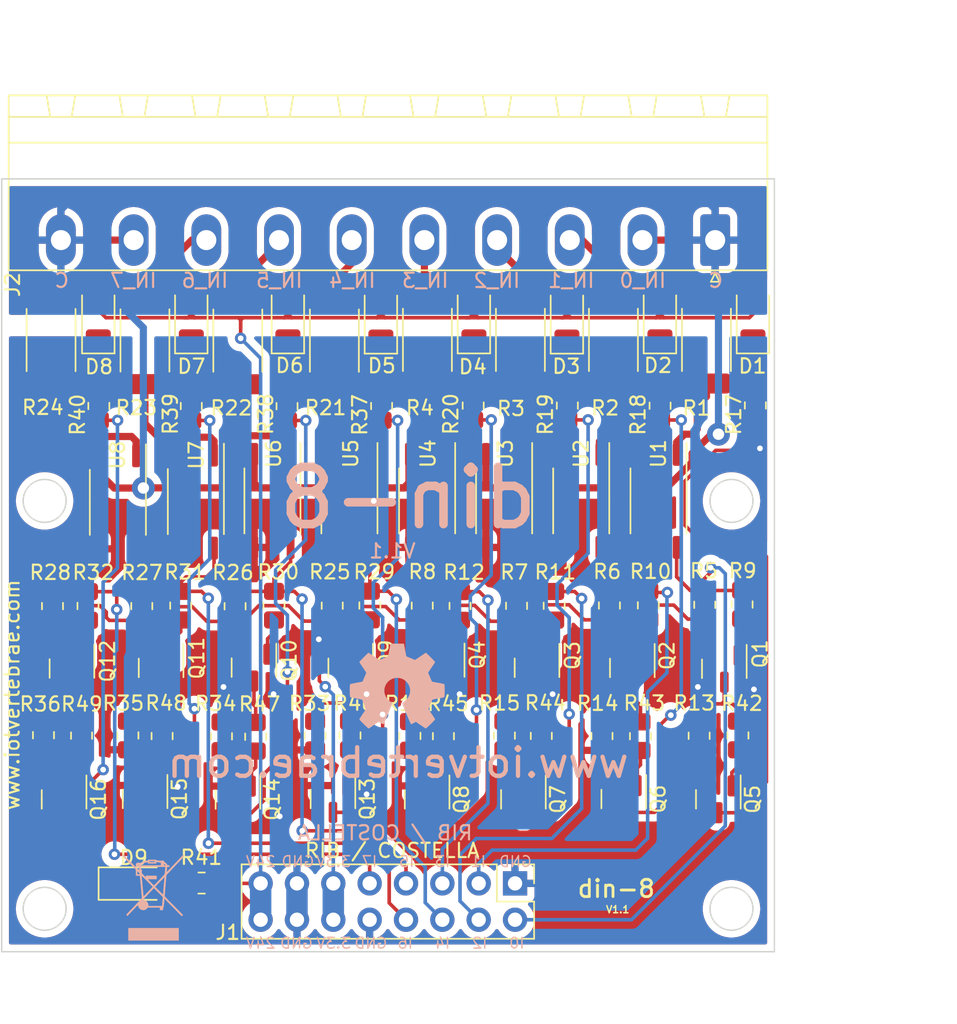
<source format=kicad_pcb>
(kicad_pcb (version 20211014) (generator pcbnew)
  (title_block (title "din-8") (date "2023-04-06") (rev "1.1") (company "www.iotvertebrae.com") (comment 1 "Mechanical design: Xavier Pi") (comment 2 "Circuit & PCB design: Jordi Binefa"))
  (layers (0 "F.Cu" signal) (31 "B.Cu" signal) (34 "B.Paste" user) (35 "F.Paste" user) (36 "B.SilkS" user "B.Silkscreen") (37 "F.SilkS" user "F.Silkscreen") (38 "B.Mask" user) (39 "F.Mask" user) (44 "Edge.Cuts" user))
  (net 0 "")
  (net 1 "Net-(D1-Pad1)")
  (net 2 "+24V")
  (net 3 "Net-(D2-Pad1)")
  (net 4 "Net-(D3-Pad1)")
  (net 5 "Net-(D4-Pad1)")
  (net 6 "Net-(D5-Pad1)")
  (net 7 "Net-(D6-Pad1)")
  (net 8 "Net-(D7-Pad1)")
  (net 9 "Net-(D8-Pad1)")
  (net 10 "GND")
  (net 11 "Net-(D9-Pad2)")
  (net 12 "/IO_0")
  (net 13 "/IO_1")
  (net 14 "/IO_2")
  (net 15 "/IO_3")
  (net 16 "/IO_4")
  (net 17 "/IO_5")
  (net 18 "/IO_6")
  (net 19 "/IO_7")
  (net 20 "+3.3V")
  (net 21 "/COM")
  (net 22 "/IN_0")
  (net 23 "/IN_1")
  (net 24 "/IN_2")
  (net 25 "/IN_3")
  (net 26 "/IN_4")
  (net 27 "/IN_5")
  (net 28 "/IN_6")
  (net 29 "/IN_7")
  (net 30 "Net-(Q1-Pad1)")
  (net 31 "Net-(Q1-Pad3)")
  (net 32 "Net-(Q2-Pad1)")
  (net 33 "Net-(Q2-Pad3)")
  (net 34 "Net-(Q3-Pad1)")
  (net 35 "Net-(Q3-Pad3)")
  (net 36 "Net-(Q4-Pad1)")
  (net 37 "Net-(Q4-Pad3)")
  (net 38 "Net-(Q5-Pad1)")
  (net 39 "Net-(Q5-Pad3)")
  (net 40 "Net-(Q6-Pad1)")
  (net 41 "Net-(Q6-Pad3)")
  (net 42 "Net-(Q9-Pad1)")
  (net 43 "Net-(Q13-Pad1)")
  (net 44 "Net-(Q10-Pad1)")
  (net 45 "Net-(Q10-Pad3)")
  (net 46 "Net-(Q11-Pad1)")
  (net 47 "Net-(Q11-Pad3)")
  (net 48 "Net-(Q12-Pad1)")
  (net 49 "Net-(Q12-Pad3)")
  (net 50 "Net-(Q7-Pad1)")
  (net 51 "Net-(Q14-Pad3)")
  (net 52 "Net-(Q15-Pad3)")
  (net 53 "Net-(Q16-Pad3)")
  (net 54 "Net-(R1-Pad2)")
  (net 55 "Net-(R2-Pad2)")
  (net 56 "Net-(R3-Pad2)")
  (net 57 "Net-(R4-Pad2)")
  (net 58 "Net-(R21-Pad2)")
  (net 59 "Net-(R22-Pad2)")
  (net 60 "Net-(R23-Pad2)")
  (net 61 "Net-(R24-Pad2)")
  (net 62 "Net-(Q7-Pad3)")
  (net 63 "Net-(Q8-Pad1)")
  (net 64 "Net-(Q8-Pad3)")
  (net 65 "Net-(Q9-Pad3)")
  (net 66 "Net-(Q13-Pad3)")
  (net 67 "Net-(Q14-Pad1)")
  (net 68 "Net-(Q15-Pad1)")
  (net 69 "Net-(Q16-Pad1)")
  (footprint "Package_TO_SOT_SMD:SOT-23" (layer "F.Cu") (at 128.36 109.3575 -90)
    (fp_text reference "Q16")
    (fp_text value "BC817")
  )
  (footprint "Resistor_SMD:R_0805_2012Metric_Pad1.20x1.40mm_HandSolder" (layer "F.Cu") (at 147.1 95.82 90)
    (fp_text reference "R25")
    (fp_text value "3K3")
  )
  (footprint "Package_TO_SOT_SMD:SOT-23" (layer "F.Cu") (at 167.47 109.33 -90)
    (fp_text reference "Q6")
    (fp_text value "BC817")
  )
  (footprint "Resistor_SMD:R_0805_2012Metric_Pad1.20x1.40mm_HandSolder" (layer "F.Cu") (at 137.97 115.2 180)
    (fp_text reference "R41")
    (fp_text value "4K7")
  )
  (footprint "Resistor_SMD:R_0805_2012Metric_Pad1.20x1.40mm_HandSolder" (layer "F.Cu") (at 162.61 95.83 -90)
    (fp_text reference "R11")
    (fp_text value "3K3")
  )
  (footprint "Resistor_SMD:R_0805_2012Metric_Pad1.20x1.40mm_HandSolder" (layer "F.Cu") (at 136.51 95.82 -90)
    (fp_text reference "R31")
    (fp_text value "3K3")
  )
  (footprint "Package_TO_SOT_SMD:SOT-23" (layer "F.Cu") (at 174.5 100.23 -90)
    (fp_text reference "Q1")
    (fp_text value "BC857")
  )
  (footprint "Resistor_SMD:R_2512_6332Metric_Pad1.40x3.35mm_HandSolder" (layer "F.Cu") (at 166.75 77.25 -90)
    (fp_text reference "R2")
    (fp_text value "1K2/1W (2512)")
  )
  (footprint "Package_SO:SOIC-4_IS126_4.55x3.7mm_P2.54mm" (layer "F.Cu") (at 148.3 88.5 -90)
    (fp_text reference "U5")
    (fp_text value "IS126")
  )
  (footprint "Resistor_SMD:R_0805_2012Metric_Pad1.20x1.40mm_HandSolder" (layer "F.Cu") (at 163.53 81.84 -90)
    (fp_text reference "R19")
    (fp_text value "3K3")
  )
  (footprint "Package_TO_SOT_SMD:SOT-23" (layer "F.Cu") (at 128.91 100.21 -90)
    (fp_text reference "Q12")
    (fp_text value "BC857")
  )
  (footprint "Package_TO_SOT_SMD:SOT-23" (layer "F.Cu") (at 148.39 100.16 -90)
    (fp_text reference "Q9")
    (fp_text value "BC857")
  )
  (footprint "Package_TO_SOT_SMD:SOT-23" (layer "F.Cu") (at 154.78 100.14 -90)
    (fp_text reference "Q4")
    (fp_text value "BC857")
  )
  (footprint "Package_TO_SOT_SMD:SOT-23" (layer "F.Cu") (at 160.46 109.35 -90)
    (fp_text reference "Q7")
    (fp_text value "BC817")
  )
  (footprint "Package_SO:SOIC-4_IS126_4.55x3.7mm_P2.54mm" (layer "F.Cu") (at 137.57 88.55 -90)
    (fp_text reference "U7")
    (fp_text value "IS126")
  )
  (footprint "Resistor_SMD:R_0805_2012Metric_Pad1.20x1.40mm_HandSolder" (layer "F.Cu") (at 175.74 95.74 -90)
    (fp_text reference "R9")
    (fp_text value "3K3")
  )
  (footprint "LED_SMD:LED_1206_3216Metric_Pad1.42x1.75mm_HandSolder" (layer "F.Cu") (at 150.5 75.75 90)
    (fp_text reference "D5")
    (fp_text value "RED_LED")
  )
  (footprint "Resistor_SMD:R_0805_2012Metric_Pad1.20x1.40mm_HandSolder" (layer "F.Cu") (at 137.25 81.87 -90)
    (fp_text reference "R39")
    (fp_text value "3K3")
  )
  (footprint "Resistor_SMD:R_0805_2012Metric_Pad1.20x1.40mm_HandSolder" (layer "F.Cu") (at 161.71 104.92 -90)
    (fp_text reference "R44")
    (fp_text value "3K3")
  )
  (footprint "Resistor_SMD:R_0805_2012Metric_Pad1.20x1.40mm_HandSolder" (layer "F.Cu") (at 126.92 104.87 -90)
    (fp_text reference "R36")
    (fp_text value "10K")
  )
  (footprint "Resistor_SMD:R_0805_2012Metric_Pad1.20x1.40mm_HandSolder" (layer "F.Cu") (at 156.95 81.84 -90)
    (fp_text reference "R20")
    (fp_text value "3K3")
  )
  (footprint "Resistor_SMD:R_0805_2012Metric_Pad1.20x1.40mm_HandSolder" (layer "F.Cu") (at 175.45 104.89 -90)
    (fp_text reference "R42")
    (fp_text value "3K3")
  )
  (footprint "Resistor_SMD:R_2512_6332Metric_Pad1.40x3.35mm_HandSolder" (layer "F.Cu") (at 140.5 77.3 -90)
    (fp_text reference "R22")
    (fp_text value "1K2/1W (2512)")
  )
  (footprint "Package_TO_SOT_SMD:SOT-23" (layer "F.Cu") (at 153.73 109.3525 -90)
    (fp_text reference "Q8")
    (fp_text value "BC817")
  )
  (footprint "Package_TO_SOT_SMD:SOT-23" (layer "F.Cu") (at 141.63 100.15 -90)
    (fp_text reference "Q10")
    (fp_text value "BC857")
  )
  (footprint "Package_TO_SOT_SMD:SOT-23" (layer "F.Cu") (at 140.51 109.3675 -90)
    (fp_text reference "Q14")
    (fp_text value "BC817")
  )
  (footprint "Resistor_SMD:R_2512_6332Metric_Pad1.40x3.35mm_HandSolder" (layer "F.Cu") (at 153.75 77.25 -90)
    (fp_text reference "R4")
    (fp_text value "1K2/1W (2512)")
  )
  (footprint "Package_SO:SOIC-4_IS126_4.55x3.7mm_P2.54mm" (layer "F.Cu") (at 169.9 88.5 -90)
    (fp_text reference "U1")
    (fp_text value "IS126")
  )
  (footprint "Resistor_SMD:R_2512_6332Metric_Pad1.40x3.35mm_HandSolder" (layer "F.Cu") (at 147.25 77.3 -90)
    (fp_text reference "R21")
    (fp_text value "1K2/1W (2512)")
  )
  (footprint "Resistor_SMD:R_0805_2012Metric_Pad1.20x1.40mm_HandSolder" (layer "F.Cu") (at 149.73 95.81 -90)
    (fp_text reference "R29")
    (fp_text value "3K3")
  )
  (footprint "LED_SMD:LED_1206_3216Metric_Pad1.42x1.75mm_HandSolder" (layer "F.Cu") (at 144 75.7375 90)
    (fp_text reference "D6")
    (fp_text value "RED_LED")
  )
  (footprint "Package_SO:SOIC-4_IS126_4.55x3.7mm_P2.54mm" (layer "F.Cu") (at 153.73 88.5 -90)
    (fp_text reference "U4")
    (fp_text value "IS126")
  )
  (footprint "Package_SO:SOIC-4_IS126_4.55x3.7mm_P2.54mm" (layer "F.Cu") (at 142.92 88.5 -90)
    (fp_text reference "U6")
    (fp_text value "IS126")
  )
  (footprint "Package_TO_SOT_SMD:SOT-23" (layer "F.Cu") (at 174.08 109.35 -90)
    (fp_text reference "Q5")
    (fp_text value "BC817")
  )
  (footprint "Package_TO_SOT_SMD:SOT-23" (layer "F.Cu") (at 135.14 100.17 -90)
    (fp_text reference "Q11")
    (fp_text value "BC857")
  )
  (footprint "Resistor_SMD:R_0805_2012Metric_Pad1.20x1.40mm_HandSolder" (layer "F.Cu") (at 168.64 104.94 -90)
    (fp_text reference "R43")
    (fp_text value "3K3")
  )
  (footprint "LED_SMD:LED_1206_3216Metric_Pad1.42x1.75mm_HandSolder" (layer "F.Cu") (at 130.75 75.7375 90)
    (fp_text reference "D8")
    (fp_text value "RED_LED")
  )
  (footprint "Resistor_SMD:R_0805_2012Metric_Pad1.20x1.40mm_HandSolder" (layer "F.Cu") (at 129.58 104.9 -90)
    (fp_text reference "R49")
    (fp_text value "3K3")
  )
  (footprint "Connector_PinHeader_2.54mm:PinHeader_2x08_P2.54mm_Vertical" (layer "F.Cu") (at 159.875 115.225 -90)
    (fp_text reference "J1")
    (fp_text value "Conn_02x08_Odd_Even")
  )
  (footprint "Resistor_SMD:R_0805_2012Metric_Pad1.20x1.40mm_HandSolder" (layer "F.Cu") (at 159.13 104.9 -90)
    (fp_text reference "R15")
    (fp_text value "10K")
  )
  (footprint "Resistor_SMD:R_0805_2012Metric_Pad1.20x1.40mm_HandSolder" (layer "F.Cu") (at 172.74 104.91 -90)
    (fp_text reference "R13")
    (fp_text value "10K")
  )
  (footprint "Resistor_SMD:R_0805_2012Metric_Pad1.20x1.40mm_HandSolder" (layer "F.Cu") (at 130.03 95.84 -90)
    (fp_text reference "R32")
    (fp_text value "3K3")
  )
  (footprint "Resistor_SMD:R_0805_2012Metric_Pad1.20x1.40mm_HandSolder" (layer "F.Cu") (at 140.31 95.86 90)
    (fp_text reference "R26")
    (fp_text value "3K3")
  )
  (footprint "Package_TO_SOT_SMD:SOT-23" (layer "F.Cu") (at 147.15 109.3275 -90)
    (fp_text reference "Q13")
    (fp_text value "BC817")
  )
  (footprint "Resistor_SMD:R_0805_2012Metric_Pad1.20x1.40mm_HandSolder" (layer "F.Cu") (at 130.79 81.87 -90)
    (fp_text reference "R40")
    (fp_text value "3K3")
  )
  (footprint "LED_SMD:LED_1206_3216Metric_Pad1.42x1.75mm_HandSolder" (layer "F.Cu") (at 157 75.7375 90)
    (fp_text reference "D4")
    (fp_text value "RED_LED")
  )
  (footprint "Resistor_SMD:R_0805_2012Metric_Pad1.20x1.40mm_HandSolder" (layer "F.Cu") (at 176.67 81.83 -90)
    (fp_text reference "R17")
    (fp_text value "3K3")
  )
  (footprint "LED_SMD:LED_1206_3216Metric_Pad1.42x1.75mm_HandSolder" (layer "F.Cu") (at 176.5 75.7375 90)
    (fp_text reference "D1")
    (fp_text value "RED_LED")
  )
  (footprint "Resistor_SMD:R_0805_2012Metric_Pad1.20x1.40mm_HandSolder" (layer "F.Cu") (at 127.55 95.85 90)
    (fp_text reference "R28")
    (fp_text value "3K3")
  )
  (footprint "Package_TO_SOT_SMD:SOT-23" (layer "F.Cu") (at 134.02 109.32 -90)
    (fp_text reference "Q15")
    (fp_text value "BC817")
  )
  (footprint "Resistor_SMD:R_0805_2012Metric_Pad1.20x1.40mm_HandSolder" (layer "F.Cu") (at 169.19 95.8 -90)
    (fp_text reference "R10")
    (fp_text value "3K3")
  )
  (footprint "Resistor_SMD:R_0805_2012Metric_Pad1.20x1.40mm_HandSolder" (layer "F.Cu") (at 148.34 104.89 -90)
    (fp_text reference "R46")
    (fp_text value "3K3")
  )
  (footprint "Resistor_SMD:R_2512_6332Metric_Pad1.40x3.35mm_HandSolder" (layer "F.Cu") (at 127.45 77.26 -90)
    (fp_text reference "R24")
    (fp_text value "1K2/1W (2512)")
  )
  (footprint "Resistor_SMD:R_0805_2012Metric_Pad1.20x1.40mm_HandSolder" (layer "F.Cu") (at 156.03 95.84 -90)
    (fp_text reference "R12")
    (fp_text value "3K3")
  )
  (footprint "Package_SO:SOIC-4_IS126_4.55x3.7mm_P2.54mm" (layer "F.Cu") (at 132.12 88.6 -90)
    (fp_text reference "U8")
    (fp_text value "IS126")
  )
  (footprint "LED_SMD:LED_1206_3216Metric_Pad1.42x1.75mm_HandSolder" (layer "F.Cu") (at 133.2325 115.24)
    (fp_text reference "D9")
    (fp_text value "GREEN_LED")
  )
  (footprint "LED_SMD:LED_1206_3216Metric_Pad1.42x1.75mm_HandSolder" (layer "F.Cu") (at 163.5 75.75 90)
    (fp_text reference "D3")
    (fp_text value "RED_LED")
  )
  (footprint "Resistor_SMD:R_0805_2012Metric_Pad1.20x1.40mm_HandSolder" (layer "F.Cu") (at 141.75 104.98 -90)
    (fp_text reference "R47")
    (fp_text value "3K3")
  )
  (footprint "Resistor_SMD:R_0805_2012Metric_Pad1.20x1.40mm_HandSolder" (layer "F.Cu") (at 154.87 104.94 -90)
    (fp_text reference "R45")
    (fp_text value "3K3")
  )
  (footprint "LED_SMD:LED_1206_3216Metric_Pad1.42x1.75mm_HandSolder" (layer "F.Cu") (at 170 75.7375 90)
    (fp_text reference "D2")
    (fp_text value "RED_LED")
  )
  (footprint "Resistor_SMD:R_0805_2012Metric_Pad1.20x1.40mm_HandSolder" (layer "F.Cu") (at 143.94 81.88 -90)
    (fp_text reference "R38")
    (fp_text value "3K3")
  )
  (footprint "Resistor_SMD:R_2512_6332Metric_Pad1.40x3.35mm_HandSolder" (layer "F.Cu") (at 134.01 77.29 -90)
    (fp_text reference "R23")
    (fp_text value "1K2/1W (2512)")
  )
  (footprint "Resistor_SMD:R_0805_2012Metric_Pad1.20x1.40mm_HandSolder" (layer "F.Cu") (at 173.13 95.76 90)
    (fp_text reference "R5")
    (fp_text value "3K3")
  )
  (footprint "Resistor_SMD:R_0805_2012Metric_Pad1.20x1.40mm_HandSolder" (layer "F.Cu") (at 145.9 104.9 -90)
    (fp_text reference "R33")
    (fp_text value "10K")
  )
  (footprint "Resistor_SMD:R_0805_2012Metric_Pad1.20x1.40mm_HandSolder" (layer "F.Cu") (at 133.79 95.85 90)
    (fp_text reference "R27")
    (fp_text value "3K3")
  )
  (footprint "Resistor_SMD:R_0805_2012Metric_Pad1.20x1.40mm_HandSolder" (layer "F.Cu") (at 152.53 104.92 -90)
    (fp_text reference "R16")
    (fp_text value "10K")
  )
  (footprint "LED_SMD:LED_1206_3216Metric_Pad1.42x1.75mm_HandSolder" (layer "F.Cu") (at 137.25 75.7375 90)
    (fp_text reference "D7")
    (fp_text value "RED_LED")
  )
  (footprint "Resistor_SMD:R_2512_6332Metric_Pad1.40x3.35mm_HandSolder" (layer "F.Cu") (at 173.25 77.25 -90)
    (fp_text reference "R1")
    (fp_text value "1K2/1W (2512)")
  )
  (footprint "Resistor_SMD:R_0805_2012Metric_Pad1.20x1.40mm_HandSolder" (layer "F.Cu") (at 143.03 95.82 -90)
    (fp_text reference "R30")
    (fp_text value "3K3")
  )
  (footprint "Resistor_SMD:R_0805_2012Metric_Pad1.20x1.40mm_HandSolder" (layer "F.Cu") (at 150.55 81.87 -90)
    (fp_text reference "R37")
    (fp_text value "3K3")
  )
  (footprint "Resistor_SMD:R_2512_6332Metric_Pad1.40x3.35mm_HandSolder" (layer "F.Cu") (at 160.25 77.25 -90)
    (fp_text reference "R3")
    (fp_text value "1K2/1W (2512)")
  )
  (footprint "Resistor_SMD:R_0805_2012Metric_Pad1.20x1.40mm_HandSolder" (layer "F.Cu") (at 159.98 95.83 90)
    (fp_text reference "R7")
    (fp_text value "3K3")
  )
  (footprint "Resistor_SMD:R_0805_2012Metric_Pad1.20x1.40mm_HandSolder" (layer "F.Cu") (at 135.21 104.93 -90)
    (fp_text reference "R48")
    (fp_text value "3K3")
  )
  (footprint "Package_TO_SOT_SMD:SOT-23" (layer "F.Cu") (at 168.07 100.17 -90)
    (fp_text reference "Q2")
    (fp_text value "BC857")
  )
  (footprint "Resistor_SMD:R_0805_2012Metric_Pad1.20x1.40mm_HandSolder" (layer "F.Cu") (at 166.47 95.81 90)
    (fp_text reference "R6")
    (fp_text value "3K3")
  )
  (footprint "Resistor_SMD:R_0805_2012Metric_Pad1.20x1.40mm_HandSolder" (layer "F.Cu") (at 132.82 104.89 -90)
    (fp_text reference "R35")
    (fp_text value "10K")
  )
  (footprint "Resistor_SMD:R_0805_2012Metric_Pad1.20x1.40mm_HandSolder" (layer "F.Cu") (at 165.95 104.93 -90)
    (fp_text reference "R14")
    (fp_text value "10K")
  )
  (footprint "Resistor_SMD:R_0805_2012Metric_Pad1.20x1.40mm_HandSolder" (layer "F.Cu") (at 153.39 95.82 90)
    (fp_text reference "R8")
    (fp_text value "3K3")
  )
  (footprint "Package_SO:SOIC-4_IS126_4.55x3.7mm_P2.54mm" (layer "F.Cu") (at 164.5 88.5 -90)
    (fp_text reference "U2")
    (fp_text value "IS126")
  )
  (footprint "Package_TO_SOT_SMD:SOT-23" (layer "F.Cu") (at 161.41 100.16 -90)
    (fp_text reference "Q3")
    (fp_text value "BC857")
  )
  (footprint "Resistor_SMD:R_0805_2012Metric_Pad1.20x1.40mm_HandSolder" (layer "F.Cu") (at 170.01 81.85 -90)
    (fp_text reference "R18")
    (fp_text value "3K3")
  )
  (footprint "Resistor_SMD:R_0805_2012Metric_Pad1.20x1.40mm_HandSolder" (layer "F.Cu") (at 139.36 104.95 -90)
    (fp_text reference "R34")
    (fp_text value "10K")
  )
  (footprint "Package_SO:SOIC-4_IS126_4.55x3.7mm_P2.54mm" (layer "F.Cu") (at 159.11 88.5 -90)
    (fp_text reference "U3")
    (fp_text value "IS126")
  )
  (footprint "Connector_Phoenix_MSTB:PhoenixContact_MSTBA_2,5_10-G-5,08_1x10_P5.08mm_Horizontal" (layer "F.Cu") (at 173.86 70.2775 180)
    (fp_text reference "J2")
    (fp_text value "Conn_01x10")
  )
  (footprint "Symbol:OSHW-Symbol_6.7x6mm_SilkScreen" (layer "B.Cu") (at 151.65 101.45 180)
    (fp_text reference "REF**" hide)
    (fp_text value "OSHW-Symbol_6.7x6mm_SilkScreen" hide)
  )
  (footprint "Symbol:WEEE-Logo_4.2x6mm_SilkScreen" (layer "B.Cu") (at 134.6 116.2 180)
    (fp_text reference "REF**" hide)
    (fp_text value "WEEE-Logo_4.2x6mm_SilkScreen" hide)
  )
  (gr_circle (center 127 88.5) (end 128.5 88.5) (layer "Edge.Cuts") (width 0.1) (fill none))
  (gr_circle (center 175 88.5) (end 176.5 88.5) (layer "Edge.Cuts") (width 0.1) (fill none))
  (gr_circle (center 127 117) (end 125.5 117) (layer "Edge.Cuts") (width 0.1) (fill none))
  (gr_rect (start 124 120) (end 178 66) (layer "Edge.Cuts") (width 0.1) (fill none))
  (gr_circle (center 175 117) (end 175 118.5) (layer "Edge.Cuts") (width 0.1) (fill none))
  (gr_text "V1.1" (at 151.3 92) (layer "B.SilkS") (effects (font (size 1 1)) (justify mirror)))
  (gr_text "IN_1" (at 163.8 73.1) (layer "B.SilkS") (effects (font (size 1 1)) (justify mirror)))
  (gr_text "I6" (at 152.2 119.4) (layer "B.SilkS") (effects (font (size 0.75 0.75) (thickness 0.1)) (justify mirror)))
  (gr_text "IN_4" (at 148.5 73.1) (layer "B.SilkS") (effects (font (size 1 1)) (justify mirror)))
  (gr_text "24V" (at 142.1 119.4) (layer "B.SilkS") (effects (font (size 0.75 0.75) (thickness 0.1)) (justify mirror)))
  (gr_text "C" (at 173.9 73.1) (layer "B.SilkS") (effects (font (size 1 1)) (justify mirror)))
  (gr_text "GND" (at 149.8 119.4) (layer "B.SilkS") (effects (font (size 0.75 0.75) (thickness 0.1)) (justify mirror)))
  (gr_text "RIB / COSTELLA" (at 150.8 111.7) (layer "B.SilkS") (effects (font (size 1 1)) (justify mirror)))
  (gr_text "I5" (at 152.3 113.7) (layer "B.SilkS") (effects (font (size 0.75 0.75) (thickness 0.1)) (justify mirror)))
  (gr_text "GND" (at 159.9 113.7) (layer "B.SilkS") (effects (font (size 0.75 0.75) (thickness 0.1)) (justify mirror)))
  (gr_text "IN_2" (at 158.6 73.1) (layer "B.SilkS") (effects (font (size 1 1)) (justify mirror)))
  (gr_text "IN_7" (at 133.2 73.1) (layer "B.SilkS") (effects (font (size 1 1)) (justify mirror)))
  (gr_text "I2" (at 157.4 119.4) (layer "B.SilkS") (effects (font (size 0.75 0.75) (thickness 0.1)) (justify mirror)))
  (gr_text "IN_6" (at 138.2 73.1) (layer "B.SilkS") (effects (font (size 1 1)) (justify mirror)))
  (gr_text "3.3V" (at 147.2 113.7) (layer "B.SilkS") (effects (font (size 0.75 0.75) (thickness 0.1)) (justify mirror)))
  (gr_text "IN_0" (at 168.8 73.1) (layer "B.SilkS") (effects (font (size 1 1)) (justify mirror)))
  (gr_text "I3" (at 154.8 113.7) (layer "B.SilkS") (effects (font (size 0.75 0.75) (thickness 0.1)) (justify mirror)))
  (gr_text "GND" (at 144.6 119.4) (layer "B.SilkS") (effects (font (size 0.75 0.75) (thickness 0.1)) (justify mirror)))
  (gr_text "I7" (at 149.7 113.7) (layer "B.SilkS") (effects (font (size 0.75 0.75) (thickness 0.1)) (justify mirror)))
  (gr_text "IN_5" (at 143.4 73.1) (layer "B.SilkS") (effects (font (size 1 1)) (justify mirror)))
  (gr_text "24V" (at 142.1 113.7) (layer "B.SilkS") (effects (font (size 0.75 0.75) (thickness 0.1)) (justify mirror)))
  (gr_text "C" (at 128.2 73.1) (layer "B.SilkS") (effects (font (size 1 1)) (justify mirror)))
  (gr_text "I4" (at 154.8 119.4) (layer "B.SilkS") (effects (font (size 0.75 0.75) (thickness 0.1)) (justify mirror)))
  (gr_text "I0" (at 160 119.4) (layer "B.SilkS") (effects (font (size 0.75 0.75) (thickness 0.1)) (justify mirror)))
  (gr_text "din-8" (at 152.4 88.3) (layer "B.SilkS") (effects (font (size 4 4) (thickness 0.6)) (justify mirror)))
  (gr_text "IN_3" (at 153.6 73.1) (layer "B.SilkS") (effects (font (size 1 1)) (justify mirror)))
  (gr_text "3.3V" (at 147.2 119.4) (layer "B.SilkS") (effects (font (size 0.75 0.75) (thickness 0.1)) (justify mirror)))
  (gr_text "I1" (at 157.3 113.7) (layer "B.SilkS") (effects (font (size 0.75 0.75) (thickness 0.1)) (justify mirror)))
  (gr_text "GND" (at 144.7 113.7) (layer "B.SilkS") (effects (font (size 0.75 0.75) (thickness 0.1)) (justify mirror)))
  (gr_text "www.iotvertebrae.com" (at 151.7 106.8) (layer "B.SilkS") (effects (font (size 2 2) (thickness 0.3)) (justify mirror)))
  (gr_text "din-8" (at 166.95 115.6) (layer "F.SilkS") (effects (font (size 1.2 1.2) (thickness 0.2))))
  (gr_text "RIB / COSTELLA" (at 151.29 112.93) (layer "F.SilkS") (effects (font (size 1 1))))
  (gr_text "www.iotvertebrae.com" (at 124.73 102.05 90) (layer "F.SilkS") (effects (font (size 1 1))))
  (gr_text "V1.1" (at 167.05 117.05) (layer "F.SilkS") (effects (font (size 0.5 0.5) (thickness 0.1))))
  (segment (start 176.5 80.66) (end 176.67 80.83) (width 0.25) (layer "F.Cu") (net 1))
  (segment (start 176.5 77.225) (end 176.5 80.66) (width 0.25) (layer "F.Cu") (net 1))
  (segment (start 140.7 75.86) (end 140.54 75.7) (width 0.25) (layer "F.Cu") (net 2))
  (segment (start 150.5 74.2625) (end 150.5 75.42) (width 0.25) (layer "F.Cu") (net 2))
  (segment (start 140.7 77.14) (end 140.7 76.39) (width 0.25) (layer "F.Cu") (net 2))
  (segment (start 170.04 75.7) (end 170.28 75.7) (width 0.25) (layer "F.Cu") (net 2))
  (segment (start 156.45 75.7) (end 156.7 75.7) (width 0.25) (layer "F.Cu") (net 2))
  (segment (start 157.3 75.7) (end 163.13 75.7) (width 0.25) (layer "F.Cu") (net 2))
  (segment (start 163.76 75.7) (end 169.71 75.7) (width 0.25) (layer "F.Cu") (net 2))
  (segment (start 130.75 75.17) (end 131.28 75.7) (width 0.25) (layer "F.Cu") (net 2))
  (segment (start 140.7 76.39) (end 140.7 75.87) (width 0.25) (layer "F.Cu") (net 2))
  (segment (start 144.26 75.7) (end 150.2 75.7) (width 0.25) (layer "F.Cu") (net 2))
  (segment (start 169.71 75.7) (end 169.72 75.7) (width 0.25) (layer "F.Cu") (net 2))
  (segment (start 163.5 75.44) (end 163.76 75.7) (width 0.25) (layer "F.Cu") (net 2))
  (segment (start 142.095 115.225) (end 138.995 115.225) (width 0.25) (layer "F.Cu") (net 2))
  (segment (start 156.45 75.7) (end 157.3 75.7) (width 0.25) (layer "F.Cu") (net 2))
  (segment (start 137.01 75.7) (end 137.25 75.46) (width 0.25) (layer "F.Cu") (net 2))
  (segment (start 136.76 75.7) (end 137.49 75.7) (width 0.25) (layer "F.Cu") (net 2))
  (segment (start 170 75.42) (end 170.28 75.7) (width 0.25) (layer "F.Cu") (net 2))
  (segment (start 163.24 75.7) (end 163.5 75.44) (width 0.25) (layer "F.Cu") (net 2))
  (segment (start 163.13 75.7) (end 163.76 75.7) (width 0.25) (layer "F.Cu") (net 2))
  (segment (start 170 75.24) (end 170 75.42) (width 0.25) (layer "F.Cu") (net 2))
  (segment (start 143.74 75.7) (end 144.26 75.7) (width 0.25) (layer "F.Cu") (net 2))
  (segment (start 143.74 75.7) (end 144 75.44) (width 0.25) (layer "F.Cu") (net 2))
  (segment (start 169.71 75.7) (end 170.04 75.7) (width 0.25) (layer "F.Cu") (net 2))
  (segment (start 169.72 75.7) (end 170 75.42) (width 0.25) (layer "F.Cu") (net 2))
  (segment (start 163.13 75.7) (end 163.24 75.7) (width 0.25) (layer "F.Cu") (net 2))
  (segment (start 163.5 74.2625) (end 163.5 75.44) (width 0.25) (layer "F.Cu") (net 2))
  (segment (start 138.995 115.225) (end 138.97 115.2) (width 0.25) (layer "F.Cu") (net 2))
  (segment (start 150.78 75.7) (end 156.45 75.7) (width 0.25) (layer "F.Cu") (net 2))
  (segment (start 170 74.25) (end 170 75.24) (width 0.25) (layer "F.Cu") (net 2))
  (segment (start 176.25 75.7) (end 176.5 75.45) (width 0.25) (layer "F.Cu") (net 2))
  (segment (start 150.22 75.7) (end 150.5 75.42) (width 0.25) (layer "F.Cu") (net 2))
  (segment (start 130.75 74.25) (end 130.75 75.17) (width 0.25) (layer "F.Cu") (net 2))
  (segment (start 170 75.66) (end 170.04 75.7) (width 0.25) (layer "F.Cu") (net 2))
  (segment (start 170.28 75.7) (end 176.25 75.7) (width 0.25) (layer "F.Cu") (net 2))
  (segment (start 137.25 75.46) (end 137.49 75.7) (width 0.25) (layer "F.Cu") (net 2))
  (segment (start 136.76 75.7) (end 137.01 75.7) (width 0.25) (layer "F.Cu") (net 2))
  (segment (start 150.2 75.7) (end 150.22 75.7) (width 0.25) (layer "F.Cu") (net 2))
  (segment (start 140.54 75.7) (end 140.87 75.7) (width 0.25) (layer "F.Cu") (net 2))
  (segment (start 140.7 75.87) (end 140.87 75.7) (width 0.25) (layer "F.Cu") (net 2))
  (segment (start 131.28 75.7) (end 136.76 75.7) (width 0.25) (layer "F.Cu") (net 2))
  (segment (start 137.49 75.7) (end 140.54 75.7) (width 0.25) (layer "F.Cu") (net 2))
  (segment (start 144 75.44) (end 144.26 75.7) (width 0.25) (layer "F.Cu") (net 2))
  (segment (start 150.2 75.7) (end 150.78 75.7) (width 0.25) (layer "F.Cu") (net 2))
  (segment (start 137.25 74.25) (end 137.25 75.46) (width 0.25) (layer "F.Cu") (net 2))
  (segment (start 157 75.4) (end 157.3 75.7) (width 0.25) (layer "F.Cu") (net 2))
  (segment (start 144 74.25) (end 144 75.44) (width 0.25) (layer "F.Cu") (net 2))
  (segment (start 140.7 76.39) (end 140.7 75.86) (width 0.25) (layer "F.Cu") (net 2))
  (segment (start 157 74.25) (end 157 75.4) (width 0.25) (layer "F.Cu") (net 2))
  (segment (start 176.5 75.45) (end 176.5 74.25) (width 0.25) (layer "F.Cu") (net 2))
  (segment (start 170 75.42) (end 170 75.66) (width 0.25) (layer "F.Cu") (net 2))
  (segment (start 140.87 75.7) (end 143.74 75.7) (width 0.25) (layer "F.Cu") (net 2))
  (segment (start 156.7 75.7) (end 157 75.4) (width 0.25) (layer "F.Cu") (net 2))
  (segment (start 150.5 75.42) (end 150.78 75.7) (width 0.25) (layer "F.Cu") (net 2))
  (via (at 140.7 77.14) (size 0.8) (drill 0.4) (layers "F.Cu" "B.Cu") (net 2))
  (segment (start 142.095 78.535) (end 140.7 77.14) (width 0.25) (layer "B.Cu") (net 2))
  (segment (start 142.095 117.765) (end 142.095 115.225) (width 1.5) (layer "B.Cu") (net 2))
  (segment (start 142.095 115.225) (end 142.095 78.535) (width 0.25) (layer "B.Cu") (net 2))
  (segment (start 170 77.225) (end 170 80.84) (width 0.25) (layer "F.Cu") (net 3))
  (segment (start 170 80.84) (end 170.01 80.85) (width 0.25) (layer "F.Cu") (net 3))
  (segment (start 163.5 77.2375) (end 163.5 80.81) (width 0.25) (layer "F.Cu") (net 4))
  (segment (start 163.5 80.81) (end 163.53 80.84) (width 0.25) (layer "F.Cu") (net 4))
  (segment (start 157 77.225) (end 157 80.79) (width 0.25) (layer "F.Cu") (net 5))
  (segment (start 157 80.79) (end 156.95 80.84) (width 0.25) (layer "F.Cu") (net 5))
  (segment (start 150.5 80.82) (end 150.55 80.87) (width 0.25) (layer "F.Cu") (net 6))
  (segment (start 150.5 77.2375) (end 150.5 80.82) (width 0.25) (layer "F.Cu") (net 6))
  (segment (start 144 80.82) (end 143.94 80.88) (width 0.25) (layer "F.Cu") (net 7))
  (segment (start 144 77.225) (end 144 80.82) (width 0.25) (layer "F.Cu") (net 7))
  (segment (start 137.25 77.225) (end 137.25 80.87) (width 0.25) (layer "F.Cu") (net 8))
  (segment (start 130.75 80.83) (end 130.79 80.87) (width 0.25) (layer "F.Cu") (net 9))
  (segment (start 130.75 77.225) (end 130.75 80.83) (width 0.25) (layer "F.Cu") (net 9))
  (segment (start 132.82 105.89) (end 132.82 106.83) (width 0.25) (layer "F.Cu") (net 10))
  (segment (start 159.51 108.4125) (end 159.51 107.16) (width 0.25) (layer "F.Cu") (net 10))
  (segment (start 152.53 106.89) (end 152.78 107.14) (width 0.25) (layer "F.Cu") (net 10))
  (segment (start 173.13 107.16) (end 172.74 106.77) (width 0.25) (layer "F.Cu") (net 10))
  (segment (start 132.82 106.83) (end 133.07 107.08) (width 0.25) (layer "F.Cu") (net 10))
  (segment (start 159.51 107.16) (end 159.13 106.78) (width 0.25) (layer "F.Cu") (net 10))
  (segment (start 133.07 107.08) (end 133.07 108.3825) (width 0.25) (layer "F.Cu") (net 10))
  (segment (start 152.78 107.14) (end 152.78 108.415) (width 0.25) (layer "F.Cu") (net 10))
  (segment (start 152.53 105.92) (end 152.53 106.89) (width 0.25) (layer "F.Cu") (net 10))
  (segment (start 165.95 106.55) (end 166.52 107.12) (width 0.25) (layer "F.Cu") (net 10))
  (segment (start 139.56 108.43) (end 139.56 107.17) (width 0.25) (layer "F.Cu") (net 10))
  (segment (start 172.74 106.77) (end 172.74 105.91) (width 0.25) (layer "F.Cu") (net 10))
  (segment (start 146.2 107.2) (end 145.9 106.9) (width 0.25) (layer "F.Cu") (net 10))
  (segment (start 139.36 105.95) (end 139.36 106.97) (width 0.25) (layer "F.Cu") (net 10))
  (segment (start 173.13 108.4125) (end 173.13 107.16) (width 0.25) (layer "F.Cu") (net 10))
  (segment (start 159.13 106.78) (end 159.13 105.9) (width 0.25) (layer "F.Cu") (net 10))
  (segment (start 139.56 107.17) (end 139.36 106.97) (width 0.25) (layer "F.Cu") (net 10))
  (segment (start 145.9 106.9) (end 145.9 105.9) (width 0.25) (layer "F.Cu") (net 10))
  (segment (start 146.2 108.39) (end 146.2 107.2) (width 0.25) (layer "F.Cu") (net 10))
  (segment (start 165.95 105.93) (end 165.95 106.55) (width 0.25) (layer "F.Cu") (net 10))
  (segment (start 166.52 107.12) (end 166.52 108.3925) (width 0.25) (layer "F.Cu") (net 10))
  (via (at 139.5 101.5) (size 0.8) (drill 0.4) (layers "F.Cu" "B.Cu") (net 10))
  (via (at 162.5 102) (size 0.8) (drill 0.4) (layers "F.Cu" "B.Cu") (net 10))
  (via (at 172.65 101.5) (size 0.8) (drill 0.4) (layers "F.Cu" "B.Cu") (net 10))
  (via (at 136.3 108.47) (size 0.8) (drill 0.4) (layers "F.Cu" "B.Cu") (net 10))
  (via (at 143 102) (size 0.8) (drill 0.4) (layers "F.Cu" "B.Cu") (net 10))
  (via (at 143.43 110.54) (size 0.8) (drill 0.4) (layers "F.Cu" "B.Cu") (net 10))
  (via (at 149.5 109) (size 0.8) (drill 0.4) (layers "F.Cu" "B.Cu") (net 10))
  (via (at 146.16 98.17) (size 0.8) (drill 0.4) (layers "F.Cu" "B.Cu") (net 10))
  (via (at 149.5 102) (size 0.8) (drill 0.4) (layers "F.Cu" "B.Cu") (net 10))
  (via (at 176.57 101.67) (size 0.8) (drill 0.4) (layers "F.Cu" "B.Cu") (net 10))
  (via (at 156 102) (size 0.8) (drill 0.4) (layers "F.Cu" "B.Cu") (net 10))
  (via (at 176.99 84.83) (size 0.8) (drill 0.4) (layers "F.Cu" "B.Cu") (net 10))
  (via (at 150 88.5) (size 0.8) (drill 0.4) (layers "F.Cu" "B.Cu") (net 10))
  (segment (start 144.635 117.765) (end 144.635 115.225) (width 1.5) (layer "B.Cu") (net 10))
  (segment (start 136.97 115.2) (end 134.76 115.2) (width 0.25) (layer "F.Cu") (net 11))
  (segment (start 134.76 115.2) (end 134.72 115.24) (width 0.25) (layer "F.Cu") (net 11))
  (segment (start 172.12 94.76) (end 173.13 94.76) (width 0.25) (layer "F.Cu") (net 12))
  (segment (start 173.13 94.76) (end 173.13 93.91) (width 0.25) (layer "F.Cu") (net 12))
  (segment (start 171.17 91.75) (end 171.17 93.81) (width 0.25) (layer "F.Cu") (net 12))
  (segment (start 171.17 93.81) (end 172.12 94.76) (width 0.25) (layer "F.Cu") (net 12))
  (segment (start 173.54 93.5) (end 173.13 93.91) (width 0.25) (layer "F.Cu") (net 12))
  (segment (start 173.54 93.17) (end 173.54 93.5) (width 0.25) (layer "F.Cu") (net 12))
  (segment (start 173.13 94.76) (end 175.72 94.76) (width 0.25) (layer "F.Cu") (net 12))
  (via (at 173.54 93.17) (size 0.8) (drill 0.4) (layers "F.Cu" "B.Cu") (net 12))
  (segment (start 174.57 111.21) (end 168.015 117.765) (width 0.25) (layer "B.Cu") (net 12))
  (segment (start 174.15 93.17) (end 174.57 93.59) (width 0.25) (layer "B.Cu") (net 12))
  (segment (start 168.015 117.765) (end 159.875 117.765) (width 0.25) (layer "B.Cu") (net 12))
  (segment (start 173.54 93.17) (end 174.15 93.17) (width 0.25) (layer "B.Cu") (net 12))
  (segment (start 174.57 93.59) (end 174.57 111.21) (width 0.25) (layer "B.Cu") (net 12))
  (segment (start 165.77 92.91) (end 166.49 93.63) (width 0.25) (layer "F.Cu") (net 13))
  (segment (start 169.19 94.8) (end 166.48 94.8) (width 0.25) (layer "F.Cu") (net 13))
  (segment (start 166.48 94.8) (end 166.47 94.81) (width 0.25) (layer "F.Cu") (net 13))
  (segment (start 166.49 94.79) (end 166.47 94.81) (width 0.25) (layer "F.Cu") (net 13))
  (segment (start 169.29 94.9) (end 169.19 94.8) (width 0.25) (layer "F.Cu") (net 13))
  (segment (start 166.49 93.63) (end 166.49 94.79) (width 0.25) (layer "F.Cu") (net 13))
  (segment (start 165.77 91.75) (end 165.77 92.91) (width 0.25) (layer "F.Cu") (net 13))
  (segment (start 170.52 94.9) (end 169.29 94.9) (width 0.25) (layer "F.Cu") (net 13))
  (via (at 170.52 94.9) (size 0.8) (drill 0.4) (layers "F.Cu" "B.Cu") (net 13))
  (segment (start 169.14 101.86) (end 170.49 100.51) (width 0.25) (layer "B.Cu") (net 13))
  (segment (start 157.335 113.835) (end 158.27 112.9) (width 0.25) (layer "B.Cu") (net 13))
  (segment (start 158.27 112.9) (end 168.31 112.9) (width 0.25) (layer "B.Cu") (net 13))
  (segment (start 170.49 94.93) (end 170.52 94.9) (width 0.25) (layer "B.Cu") (net 13))
  (segment (start 169.14 112.07) (end 169.14 101.86) (width 0.25) (layer "B.Cu") (net 13))
  (segment (start 168.31 112.9) (end 169.14 112.07) (width 0.25) (layer "B.Cu") (net 13))
  (segment (start 170.49 100.51) (end 170.49 94.93) (width 0.25) (layer "B.Cu") (net 13))
  (segment (start 157.335 115.225) (end 157.335 113.835) (width 0.25) (layer "B.Cu") (net 13))
  (segment (start 164.04 94.83) (end 164.53 95.32) (width 0.25) (layer "F.Cu") (net 14))
  (segment (start 162.61 94.83) (end 159.98 94.83) (width 0.25) (layer "F.Cu") (net 14))
  (segment (start 160.38 91.75) (end 160.38 93.46) (width 0.25) (layer "F.Cu") (net 14))
  (segment (start 159.98 93.86) (end 159.98 94.83) (width 0.25) (layer "F.Cu") (net 14))
  (segment (start 162.61 94.83) (end 164.04 94.83) (width 0.25) (layer "F.Cu") (net 14))
  (segment (start 160.38 93.46) (end 159.98 93.86) (width 0.25) (layer "F.Cu") (net 14))
  (via (at 164.53 95.32) (size 0.8) (drill 0.4) (layers "F.Cu" "B.Cu") (net 14))
  (segment (start 156.03 113.23) (end 156.03 116.46) (width 0.25) (layer "B.Cu") (net 14))
  (segment (start 156.03 116.46) (end 157.335 117.765) (width 0.25) (layer "B.Cu") (net 14))
  (segment (start 157.17 112.09) (end 156.03 113.23) (width 0.25) (layer "B.Cu") (net 14))
  (segment (start 164.53 95.32) (end 164.53 110) (width 0.25) (layer "B.Cu") (net 14))
  (segment (start 164.53 110) (end 162.44 112.09) (width 0.25) (layer "B.Cu") (net 14))
  (segment (start 162.44 112.09) (end 157.17 112.09) (width 0.25) (layer "B.Cu") (net 14))
  (segment (start 155 91.75) (end 155 92.83) (width 0.25) (layer "F.Cu") (net 15))
  (segment (start 156.03 94.84) (end 157.38 94.84) (width 0.25) (layer "F.Cu") (net 15))
  (segment (start 156.03 93.86) (end 156.03 94.84) (width 0.25) (layer "F.Cu") (net 15))
  (segment (start 155 92.83) (end 156.03 93.86) (width 0.25) (layer "F.Cu") (net 15))
  (segment (start 156.01 94.82) (end 153.39 94.82) (width 0.25) (layer "F.Cu") (net 15))
  (segment (start 157.38 94.84) (end 157.98 95.44) (width 0.25) (layer "F.Cu") (net 15))
  (via (at 157.98 95.44) (size 0.8) (drill 0.4) (layers "F.Cu" "B.Cu") (net 15))
  (segment (start 154.795 115.225) (end 154.795 112.815) (width 0.25) (layer "B.Cu") (net 15))
  (segment (start 154.795 112.815) (end 157.98 109.63) (width 0.25) (layer "B.Cu") (net 15))
  (segment (start 157.98 109.63) (end 157.98 95.44) (width 0.25) (layer "B.Cu") (net 15))
  (segment (start 149.73 94.81) (end 149.73 93.35) (width 0.25) (layer "F.Cu") (net 16))
  (segment (start 147.11 94.81) (end 147.1 94.82) (width 0.25) (layer "F.Cu") (net 16))
  (segment (start 149.57 91.75) (end 149.57 93.19) (width 0.25) (layer "F.Cu") (net 16))
  (segment (start 151.01 94.81) (end 151.58 95.38) (width 0.25) (layer "F.Cu") (net 16))
  (segment (start 149.73 94.81) (end 147.11 94.81) (width 0.25) (layer "F.Cu") (net 16))
  (segment (start 149.73 94.81) (end 151.01 94.81) (width 0.25) (layer "F.Cu") (net 16))
  (segment (start 149.73 93.35) (end 149.57 93.19) (width 0.25) (layer "F.Cu") (net 16))
  (via (at 151.58 95.38) (size 0.8) (drill 0.4) (layers "F.Cu" "B.Cu") (net 16))
  (segment (start 153.6 116.57) (end 153.6 114.09) (width 0.25) (layer "B.Cu") (net 16))
  (segment (start 151.58 112.07) (end 151.58 95.38) (width 0.25) (layer "B.Cu") (net 16))
  (segment (start 154.795 117.765) (end 153.6 116.57) (width 0.25) (layer "B.Cu") (net 16))
  (segment (start 153.6 114.09) (end 151.58 112.07) (width 0.25) (layer "B.Cu") (net 16))
  (segment (start 143.03 94.82) (end 140.35 94.82) (width 0.25) (layer "F.Cu") (net 17))
  (segment (start 143.03 94.82) (end 144.45 94.82) (width 0.25) (layer "F.Cu") (net 17))
  (segment (start 140.35 94.82) (end 140.31 94.86) (width 0.25) (layer "F.Cu") (net 17))
  (segment (start 149.81 111.55) (end 152.255 113.995) (width 0.25) (layer "F.Cu") (net 17))
  (segment (start 144.19 92.76) (end 143.03 93.92) (width 0.25) (layer "F.Cu") (net 17))
  (segment (start 152.255 113.995) (end 152.255 115.225) (width 0.25) (layer "F.Cu") (net 17))
  (segment (start 144.45 94.82) (end 144.99 95.36) (width 0.25) (layer "F.Cu") (net 17))
  (segment (start 145 111.55) (end 149.81 111.55) (width 0.25) (layer "F.Cu") (net 17))
  (segment (start 144.19 91.75) (end 144.19 92.76) (width 0.25) (layer "F.Cu") (net 17))
  (segment (start 143.03 93.92) (end 143.03 94.82) (width 0.25) (layer "F.Cu") (net 17))
  (via (at 145 111.55) (size 0.8) (drill 0.4) (layers "F.Cu" "B.Cu") (net 17))
  (via (at 144.99 95.36) (size 0.8) (drill 0.4) (layers "F.Cu" "B.Cu") (net 17))
  (segment (start 144.99 111.54) (end 145 111.55) (width 0.25) (layer "B.Cu") (net 17))
  (segment (start 144.99 95.36) (end 144.99 111.54) (width 0.25) (layer "B.Cu") (net 17))
  (segment (start 136.88 93.81) (end 138.32 93.81) (width 0.25) (layer "F.Cu") (net 18))
  (segment (start 136.51 94.18) (end 136.88 93.81) (width 0.25) (layer "F.Cu") (net 18))
  (segment (start 137.96 94.82) (end 138.44 95.3) (width 0.25) (layer "F.Cu") (net 18))
  (segment (start 136.51 94.82) (end 137.96 94.82) (width 0.25) (layer "F.Cu") (net 18))
  (segment (start 133.82 94.82) (end 133.79 94.85) (width 0.25) (layer "F.Cu") (net 18))
  (segment (start 138.32 93.81) (end 138.84 93.29) (width 0.25) (layer "F.Cu") (net 18))
  (segment (start 151.08 114.19) (end 149.31 112.42) (width 0.25) (layer "F.Cu") (net 18))
  (segment (start 152.255 117.765) (end 151.08 116.59) (width 0.25) (layer "F.Cu") (net 18))
  (segment (start 136.51 94.82) (end 133.82 94.82) (width 0.25) (layer "F.Cu") (net 18))
  (segment (start 151.08 116.59) (end 151.08 114.19) (width 0.25) (layer "F.Cu") (net 18))
  (segment (start 138.84 93.29) (end 138.84 91.8) (width 0.25) (layer "F.Cu") (net 18))
  (segment (start 149.31 112.42) (end 138.45 112.42) (width 0.25) (layer "F.Cu") (net 18))
  (segment (start 136.51 94.82) (end 136.51 94.18) (width 0.25) (layer "F.Cu") (net 18))
  (via (at 138.45 112.42) (size 0.8) (drill 0.4) (layers "F.Cu" "B.Cu") (net 18))
  (via (at 138.44 95.3) (size 0.8) (drill 0.4) (layers "F.Cu" "B.Cu") (net 18))
  (segment (start 138.44 112.41) (end 138.45 112.42) (width 0.25) (layer "B.Cu") (net 18))
  (segment (start 138.44 95.3) (end 138.44 112.41) (width 0.25) (layer "B.Cu") (net 18))
  (segment (start 133.39 93.28) (end 133.39 91.85) (width 0.25) (layer "F.Cu") (net 19))
  (segment (start 132.04 96.09) (end 132.04 94.97) (width 0.25) (layer "F.Cu") (net 19))
  (segment (start 132.04 94.63) (end 133.39 93.28) (width 0.25) (layer "F.Cu") (net 19))
  (segment (start 149.715 113.895) (end 149.715 115.225) (width 0.25) (layer "F.Cu") (net 19))
  (segment (start 127.56 94.84) (end 127.55 94.85) (width 0.25) (layer "F.Cu") (net 19))
  (segment (start 131.88 113.19) (end 149.01 113.19) (width 0.25) (layer "F.Cu") (net 19))
  (segment (start 131.83 94.84) (end 132.04 94.63) (width 0.25) (layer "F.Cu") (net 19))
  (segment (start 131.44 94.84) (end 131.83 94.84) (width 0.25) (layer "F.Cu") (net 19))
  (segment (start 131.44 94.84) (end 131.91 94.84) (width 0.25) (layer "F.Cu") (net 19))
  (segment (start 131.91 94.84) (end 132.04 94.97) (width 0.25) (layer "F.Cu") (net 19))
  (segment (start 132.04 94.97) (end 132.04 94.63) (width 0.25) (layer "F.Cu") (net 19))
  (segment (start 130.03 94.84) (end 131.44 94.84) (width 0.25) (layer "F.Cu") (net 19))
  (segment (start 149.01 113.19) (end 149.715 113.895) (width 0.25) (layer "F.Cu") (net 19))
  (segment (start 130.03 94.84) (end 127.56 94.84) (width 0.25) (layer "F.Cu") (net 19))
  (via (at 132.04 96.09) (size 0.8) (drill 0.4) (layers "F.Cu" "B.Cu") (net 19))
  (via (at 131.88 113.19) (size 0.8) (drill 0.4) (layers "F.Cu" "B.Cu") (net 19))
  (segment (start 132.04 98.931) (end 131.9 99.071) (width 0.25) (layer "B.Cu") (net 19))
  (segment (start 131.88 113.19) (end 131.9 113.17) (width 0.25) (layer "B.Cu") (net 19))
  (segment (start 132.04 96.09) (end 132.04 98.931) (width 0.25) (layer "B.Cu") (net 19))
  (segment (start 131.9 113.17) (end 131.9 99.071) (width 0.25) (layer "B.Cu") (net 19))
  (segment (start 173.13 96.76) (end 173.13 97.69) (width 0.25) (layer "F.Cu") (net 20))
  (segment (start 170.97 95.78) (end 168.09 95.78) (width 0.25) (layer "F.Cu") (net 20))
  (segment (start 161.69 95.76) (end 163.65 95.76) (width 0.25) (layer "F.Cu") (net 20))
  (segment (start 166.47 97.55) (end 167.12 98.2) (width 0.25) (layer "F.Cu") (net 20))
  (segment (start 138.34 96.92) (end 140.25 96.92) (width 0.25) (layer "F.Cu") (net 20))
  (segment (start 161.33 96.12) (end 161.455 95.995) (width 0.25) (layer "F.Cu") (net 20))
  (segment (start 173.13 96.76) (end 171.95 96.76) (width 0.25) (layer "F.Cu") (net 20))
  (segment (start 140.93 96.86) (end 141.97 95.82) (width 0.25) (layer "F.Cu") (net 20))
  (segment (start 167.12 98.2) (end 167.12 99.2325) (width 0.25) (layer "F.Cu") (net 20))
  (segment (start 140.31 97.81) (end 140.68 98.18) (width 0.25) (layer "F.Cu") (net 20))
  (segment (start 153.39 96.82) (end 151.77 96.82) (width 0.25) (layer "F.Cu") (net 20))
  (segment (start 140.68 98.18) (end 140.68 99.2125) (width 0.25) (layer "F.Cu") (net 20))
  (segment (start 161.455 95.995) (end 161.56 95.89) (width 0.25) (layer "F.Cu") (net 20))
  (segment (start 146.5175 99.2225) (end 147.44 99.2225) (width 0.25) (layer "F.Cu") (net 20))
  (segment (start 158.16 96.91) (end 159.9 96.91) (width 0.25) (layer "F.Cu") (net 20))
  (segment (start 146.61 101.48) (end 146.2 101.07) (width 0.25) (layer "F.Cu") (net 20))
  (segment (start 145.12 96.9) (end 147.02 96.9) (width 0.25) (layer "F.Cu") (net 20))
  (segment (start 127.55 96.85) (end 128.58 95.82) (width 0.25) (layer "F.Cu") (net 20))
  (segment (start 144.04 95.82) (end 145.12 96.9) (width 0.25) (layer "F.Cu") (net 20))
  (segment (start 127.96 98.1) (end 127.96 99.2725) (width 0.25) (layer "F.Cu") (net 20))
  (segment (start 150.83 95.88) (end 148.63 95.88) (width 0.25) (layer "F.Cu") (net 20))
  (segment (start 151.77 96.82) (end 150.83 95.88) (width 0.25) (layer "F.Cu") (net 20))
  (segment (start 130.86 95.82) (end 131.31 96.27) (width 0.25) (layer "F.Cu") (net 20))
  (segment (start 153.39 96.82) (end 154.46 96.82) (width 0.25) (layer "F.Cu") (net 20))
  (segment (start 147.44 98) (end 147.44 99.2225) (width 0.25) (layer "F.Cu") (net 20))
  (segment (start 154.69 95.99) (end 154.88 95.8) (width 0.25) (layer "F.Cu") (net 20))
  (segment (start 154.69 96.59) (end 154.69 95.99) (width 0.25) (layer "F.Cu") (net 20))
  (segment (start 131.52 96.85) (end 133.79 96.85) (width 0.25) (layer "F.Cu") (net 20))
  (segment (start 166.47 96.81) (end 166.47 97.55) (width 0.25) (layer "F.Cu") (net 20))
  (segment (start 164.7 96.81) (end 166.47 96.81) (width 0.25) (layer "F.Cu") (net 20))
  (segment (start 154.88 95.8) (end 157.05 95.8) (width 0.25) (layer "F.Cu") (net 20))
  (segment (start 159.98 97.57) (end 160.46 98.05) (width 0.25) (layer "F.Cu") (net 20))
  (segment (start 153.83 98.02) (end 153.83 99.2025) (width 0.25) (layer "F.Cu") (net 20))
  (segment (start 127.55 97.69) (end 127.96 98.1) (width 0.25) (layer "F.Cu") (net 20))
  (segment (start 127.55 96.85) (end 127.55 97.69) (width 0.25) (layer "F.Cu") (net 20))
  (segment (start 161.455 95.995) (end 161.69 95.76) (width 0.25) (layer "F.Cu") (net 20))
  (segment (start 167.84 96.47) (end 167.5 96.81) (width 0.25) (layer "F.Cu") (net 20))
  (segment (start 159.98 96.83) (end 161.04 96.83) (width 0.25) (layer "F.Cu") (net 20))
  (segment (start 146.2 101.07) (end 146.2 99.54) (width 0.25) (layer "F.Cu") (net 20))
  (segment (start 148.63 95.88) (end 148.33 96.18) (width 0.25) (layer "F.Cu") (net 20))
  (segment (start 160.46 99.2225) (end 160.46 98.05) (width 0.25) (layer "F.Cu") (net 20))
  (segment (start 147.02 96.9) (end 147.1 96.82) (width 0.25) (layer "F.Cu") (net 20))
  (segment (start 147.89 96.88) (end 147.16 96.88) (width 0.25) (layer "F.Cu") (net 20))
  (segment (start 137.315 95.895) (end 138.34 96.92) (width 0.25) (layer "F.Cu") (net 20))
  (segment (start 140.31 96.86) (end 140.93 96.86) (width 0.25) (layer "F.Cu") (net 20))
  (segment (start 140.25 96.92) (end 140.31 96.86) (width 0.25) (layer "F.Cu") (net 20))
  (segment (start 141.97 95.82) (end 144.04 95.82) (width 0.25) (layer "F.Cu") (net 20))
  (segment (start 148.33 96.44) (end 147.89 96.88) (width 0.25) (layer "F.Cu") (net 20))
  (segment (start 134.19 98.22) (end 134.19 99.2325) (width 0.25) (layer "F.Cu") (net 20))
  (segment (start 133.79 96.85) (end 133.79 97.82) (width 0.25) (layer "F.Cu") (net 20))
  (segment (start 157.05 95.8) (end 158.16 96.91) (width 0.25) (layer "F.Cu") (net 20))
  (segment (start 161.04 96.83) (end 161.33 96.54) (width 0.25) (layer "F.Cu") (net 20))
  (segment (start 167.5 96.81) (end 166.47 96.81) (width 0.25) (layer "F.Cu") (net 20))
  (segment (start 171.95 96.76) (end 170.97 95.78) (width 0.25) (layer "F.Cu") (net 20))
  (segment (start 173.56 98.12) (end 173.56 99.2825) (width 0.25) (layer "F.Cu") (net 20))
  (segment (start 148.33 96.18) (end 148.33 96.44) (width 0.25) (layer "F.Cu") (net 20))
  (segment (start 154.46 96.82) (end 154.69 96.59) (width 0.25) (layer "F.Cu") (net 20))
  (segment (start 131.31 96.64) (end 131.52 96.85) (width 0.25) (layer "F.Cu") (net 20))
  (segment (start 161.33 96.54) (end 161.33 96.12) (width 0.25) (layer "F.Cu") (net 20))
  (segment (start 173.56 99.2825) (end 173.55 99.2925) (width 0.25) (layer "F.Cu") (net 20))
  (segment (start 159.98 96.83) (end 159.98 97.57) (width 0.25) (layer "F.Cu") (net 20))
  (segment (start 173.13 97.69) (end 173.56 98.12) (width 0.25) (layer "F.Cu") (net 20))
  (segment (start 167.84 96.03) (end 167.84 96.47) (width 0.25) (layer "F.Cu") (net 20))
  (segment (start 153.39 96.82) (end 153.39 97.58) (width 0.25) (layer "F.Cu") (net 20))
  (segment (start 133.79 97.82) (end 134.19 98.22) (width 0.25) (layer "F.Cu") (net 20))
  (segment (start 131.31 96.27) (end 131.31 96.64) (width 0.25) (layer "F.Cu") (net 20))
  (segment (start 134.745 95.895) (end 137.315 95.895) (width 0.25) (layer "F.Cu") (net 20))
  (segment (start 146.2 99.54) (end 146.5175 99.2225) (width 0.25) (layer "F.Cu") (net 20))
  (segment (start 147.1 97.66) (end 147.44 98) (width 0.25) (layer "F.Cu") (net 20))
  (segment (start 163.65 95.76) (end 163.78 95.89) (width 0.25) (layer "F.Cu") (net 20))
  (segment (start 128.58 95.82) (end 130.86 95.82) (width 0.25) (layer "F.Cu") (net 20))
  (segment (start 163.78 95.89) (end 164.7 96.81) (width 0.25) (layer "F.Cu") (net 20))
  (segment (start 147.1 96.82) (end 147.1 97.66) (width 0.25) (layer "F.Cu") (net 20))
  (segment (start 159.9 96.91) (end 159.98 96.83) (width 0.25) (layer "F.Cu") (net 20))
  (segment (start 133.79 96.85) (end 134.745 95.895) (width 0.25) (layer "F.Cu") (net 20))
  (segment (start 168.09 95.78) (end 167.84 96.03) (width 0.25) (layer "F.Cu") (net 20))
  (segment (start 147.16 96.88) (end 147.1 96.82) (width 0.25) (layer "F.Cu") (net 20))
  (segment (start 153.39 97.58) (end 153.83 98.02) (width 0.25) (layer "F.Cu") (net 20))
  (segment (start 140.31 96.86) (end 140.31 97.81) (width 0.25) (layer "F.Cu") (net 20))
  (via (at 146.61 101.48) (size 0.8) (drill 0.4) (layers "F.Cu" "B.Cu") (net 20))
  (segment (start 147.175 115.225) (end 147.175 102.045) (width 0.25) (layer "B.Cu") (net 20))
  (segment (start 147.175 117.765) (end 147.175 115.225) (width 1.5) (layer "B.Cu") (net 20))
  (segment (start 147.175 102.045) (end 146.61 101.48) (width 0.25) (layer "B.Cu") (net 20))
  (segment (start 146.46 87.59) (end 146.72 87.59) (width 0.5) (layer "F.Cu") (net 21))
  (segment (start 151.89 87.59) (end 152.82 87.59) (width 0.5) (layer "F.Cu") (net 21))
  (segment (start 163.59 87.59) (end 168.01 87.59) (width 0.5) (layer "F.Cu") (net 21))
  (segment (start 130.85 86.59) (end 131.86 87.6) (width 0.5) (layer "F.Cu") (net 21))
  (segment (start 168.01 87.59) (end 168.43 87.59) (width 0.5) (layer "F.Cu") (net 21))
  (segment (start 136.3 86.56) (end 136.3 86.99) (width 0.5) (layer "F.Cu") (net 21))
  (segment (start 163.23 85.25) (end 163.23 87.23) (width 0.5) (layer "F.Cu") (net 21))
  (segment (start 135.41 87.59) (end 133.91 87.59) (width 0.5) (layer "F.Cu") (net 21))
  (segment (start 154.6 87.59) (end 157.48 87.59) (width 0.5) (layer "F.Cu") (net 21))
  (segment (start 136.3 86.99) (end 136.3 87.39) (width 0.5) (layer "F.Cu") (net 21))
  (segment (start 172.25 85.18) (end 173.59 83.84) (width 0.5) (layer "F.Cu") (net 21))
  (segment (start 168.63 87.58) (end 168.62 87.59) (width 0.5) (layer "F.Cu") (net 21))
  (segment (start 170.46085 87.59) (end 172.25 85.80085) (width 0.5) (layer "F.Cu") (net 21))
  (segment (start 147.03 87.28) (end 147.34 87.59) (width 0.5) (layer "F.Cu") (net 21))
  (segment (start 147.03 85.25) (end 147.03 87.28) (width 0.5) (layer "F.Cu") (net 21))
  (segment (start 153.98 87.59) (end 154.6 87.59) (width 0.5) (layer "F.Cu") (net 21))
  (segment (start 152.1 87.59) (end 152.46 87.23) (width 0.5) (layer "F.Cu") (net 21))
  (segment (start 153.07 87.59) (end 153.98 87.59) (width 0.5) (layer "F.Cu") (net 21))
  (segment (start 168.63 85.25) (end 168.63 87.39) (width 0.5) (layer "F.Cu") (net 21))
  (segment (start 140.87 87.59) (end 139.5 87.59) (width 0.5) (layer "F.Cu") (net 21))
  (segment (start 157.84 85.25) (end 157.84 87.23) (width 0.5) (layer "F.Cu") (net 21))
  (segment (start 152.82 87.59) (end 153.07 87.59) (width 0.5) (layer "F.Cu") (net 21))
  (segment (start 168.62 87.59) (end 168.83 87.59) (width 0.5) (layer "F.Cu") (net 21))
  (segment (start 162.89 87.59) (end 163.24 87.24) (width 0.5) (layer "F.Cu") (net 21))
  (segment (start 140.87 87.59) (end 141.33 87.59) (width 0.5) (layer "F.Cu") (net 21))
  (segment (start 141.65 85.25) (end 141.65 87.27) (width 0.5) (layer "F.Cu") (net 21))
  (segment (start 152.46 85.25) (end 152.46 87.23) (width 0.5) (layer "F.Cu") (net 21))
  (segment (start 154.6 87.59) (end 153.75 87.59) (width 0.5) (layer "F.Cu") (net 21))
  (segment (start 141.65 87.27) (end 141.97 87.59) (width 0.5) (layer "F.Cu") (net 21))
  (segment (start 158.18 87.59) (end 159.72 87.59) (width 0.5) (layer "F.Cu") (net 21))
  (segment (start 168.43 87.59) (end 168.63 87.39) (width 0.5) (layer "F.Cu") (net 21))
  (segment (start 172.25 85.80085) (end 172.25 85.18) (width 0.5) (layer "F.Cu") (net 21))
  (segment (start 162.75 87.59) (end 162.89 87.59) (width 0.5) (layer "F.Cu") (net 21))
  (segment (start 131.86 87.6) (end 133.9 87.6) (width 0.5) (layer "F.Cu") (net 21))
  (segment (start 168.83 87.59) (end 170.46085 87.59) (width 0.5) (layer "F.Cu") (net 21))
  (segment (start 151.89 87.59) (end 152.1 87.59) (width 0.5) (layer "F.Cu") (net 21))
  (segment (start 136.3 85.3) (end 136.3 86.56) (width 0.5) (layer "F.Cu") (net 21))
  (segment (start 173.59 83.84) (end 174.09 83.84) (width 0.5) (layer "F.Cu") (net 21))
  (segment (start 163.24 87.24) (end 163.59 87.59) (width 0.5) (layer "F.Cu") (net 21))
  (segment (start 146.46 87.59) (end 146.8 87.59) (width 0.5) (layer "F.Cu") (net 21))
  (segment (start 141.97 87.59) (end 146.46 87.59) (width 0.5) (layer "F.Cu") (net 21))
  (segment (start 136.1 87.59) (end 136.3 87.39) (width 0.5) (layer "F.Cu") (net 21))
  (segment (start 146.8 87.59) (end 147.34 87.59) (width 0.5) (layer "F.Cu") (net 21))
  (segment (start 146.72 87.59) (end 147.03 87.28) (width 0.5) (layer "F.Cu") (net 21))
  (segment (start 136.5 87.59) (end 135.41 87.59) (width 0.5) (layer "F.Cu") (net 21))
  (segment (start 140.87 87.59) (end 141.97 87.59) (width 0.5) (layer "F.Cu") (net 21))
  (segment (start 157.84 87.25) (end 158.18 87.59) (width 0.5) (layer "F.Cu") (net 21))
  (segment (start 147.54 87.59) (end 151.89 87.59) (width 0.5) (layer "F.Cu") (net 21))
  (segment (start 141.33 87.59) (end 141.65 87.27) (width 0.5) (layer "F.Cu") (net 21))
  (segment (start 159.72 87.59) (end 162.75 87.59) (width 0.5) (layer "F.Cu") (net 21))
  (segment (start 163.23 87.23) (end 163.24 87.24) (width 0.5) (layer "F.Cu") (net 21))
  (segment (start 139.5 87.59) (end 136.5 87.59) (width 0.5) (layer "F.Cu") (net 21))
  (segment (start 157.48 87.59) (end 158.18 87.59) (width 0.5) (layer "F.Cu") (net 21))
  (segment (start 152.46 87.23) (end 152.82 87.59) (width 0.5) (layer "F.Cu") (net 21))
  (segment (start 168.01 87.59) (end 168.62 87.59) (width 0.5) (layer "F.Cu") (net 21))
  (segment (start 135.41 87.59) (end 136.1 87.59) (width 0.5) (layer "F.Cu") (net 21))
  (segment (start 130.85 85.35) (end 130.85 86.59) (width 0.5) (layer "F.Cu") (net 21))
  (segment (start 157.84 87.23) (end 157.84 87.25) (width 0.5) (layer "F.Cu") (net 21))
  (segment (start 133.91 87.59) (end 133.9 87.6) (width 0.5) (layer "F.Cu") (net 21))
  (segment (start 147.34 87.59) (end 147.54 87.59) (width 0.5) (layer "F.Cu") (net 21))
  (segment (start 136.3 87.39) (end 136.5 87.59) (width 0.5) (layer "F.Cu") (net 21))
  (segment (start 157.84 87.23) (end 157.48 87.59) (width 0.5) (layer "F.Cu") (net 21))
  (segment (start 168.63 87.39) (end 168.83 87.59) (width 0.5) (layer "F.Cu") (net 21))
  (segment (start 162.75 87.59) (end 163.59 87.59) (width 0.5) (layer "F.Cu") (net 21))
  (via (at 174.09 83.84) (size 1.6) (drill 0.8) (layers "F.Cu" "B.Cu") (net 21))
  (via (at 133.9 87.6) (size 1.6) (drill 0.8) (layers "F.Cu" "B.Cu") (net 21))
  (segment (start 173.85 70.2875) (end 173.86 70.2775) (width 0.5) (layer "B.Cu") (net 21))
  (segment (start 173.85 73.31) (end 173.85 70.2875) (width 0.5) (layer "B.Cu") (net 21))
  (segment (start 128.14 70.2775) (end 128.14 68.16) (width 0.5) (layer "B.Cu") (net 21))
  (segment (start 173.05 67.32) (end 173.86 68.13) (width 0.5) (layer "B.Cu") (net 21))
  (segment (start 133.9 76.4) (end 131.4 73.9) (width 0.5) (layer "B.Cu") (net 21))
  (segment (start 173.86 68.13) (end 173.86 70.2775) (width 0.5) (layer "B.Cu") (net 21))
  (segment (start 174.09 73.55) (end 173.85 73.31) (width 0.5) (layer "B.Cu") (net 21))
  (segment (start 128.14 68.16) (end 128.98 67.32) (width 0.5) (layer "B.Cu") (net 21))
  (segment (start 128.14 70.2775) (end 128.14 72.94) (width 0.5) (layer "B.Cu") (net 21))
  (segment (start 131.4 73.9) (end 129.1 73.9) (width 0.5) (layer "B.Cu") (net 21))
  (segment (start 128.98 67.32) (end 173.05 67.32) (width 0.5) (layer "B.Cu") (net 21))
  (segment (start 133.9 87.6) (end 133.9 76.4) (width 0.5) (layer "B.Cu") (net 21))
  (segment (start 174.09 83.84) (end 174.09 73.55) (width 0.5) (layer "B.Cu") (net 21))
  (segment (start 128.14 72.94) (end 129.1 73.9) (width 0.5) (layer "B.Cu") (net 21))
  (segment (start 168.78 70.2775) (end 170.6875 70.2775) (width 0.5) (layer "F.Cu") (net 22))
  (segment (start 170.985 71.735) (end 173.25 74) (width 0.5) (layer "F.Cu") (net 22))
  (segment (start 173.25 74) (end 173.25 74.2) (width 0.5) (layer "F.Cu") (net 22))
  (segment (start 170.985 70.575) (end 170.985 71.735) (width 0.5) (layer "F.Cu") (net 22))
  (segment (start 170.6875 70.2775) (end 170.985 70.575) (width 0.5) (layer "F.Cu") (net 22))
  (segment (start 166.75 72.46) (end 164.5675 70.2775) (width 0.5) (layer "F.Cu") (net 23))
  (segment (start 166.75 74.2) (end 166.75 72.46) (width 0.5) (layer "F.Cu") (net 23))
  (segment (start 164.5675 70.2775) (end 163.7 70.2775) (width 0.5) (layer "F.Cu") (net 23))
  (segment (start 158.62 70.2775) (end 158.62 70.82) (width 0.5) (layer "F.Cu") (net 24))
  (segment (start 158.62 70.82) (end 160.25 72.45) (width 0.5) (layer "F.Cu") (net 24))
  (segment (start 160.25 72.45) (end 160.25 74.2) (width 0.5) (layer "F.Cu") (net 24))
  (segment (start 153.77 72.78) (end 153.77 74.18) (width 0.5) (layer "F.Cu") (net 25))
  (segment (start 153.54 72.55) (end 153.77 72.78) (width 0.5) (layer "F.Cu") (net 25))
  (segment (start 153.54 70.2775) (end 153.54 72.55) (width 0.5) (layer "F.Cu") (net 25))
  (segment (start 153.77 74.18) (end 153.75 74.2) (width 0.5) (layer "F.Cu") (net 25))
  (segment (start 148.46 70.2775) (end 148.46 71.9) (width 0.5) (layer "F.Cu") (net 26))
  (segment (start 148.46 71.9) (end 147.25 73.11) (width 0.5) (layer "F.Cu") (net 26))
  (segment (start 147.25 73.11) (end 147.25 74.25) (width 0.5) (layer "F.Cu") (net 26))
  (segment (start 143.38 70.2775) (end 143.38 70.5) (width 0.5) (layer "F.Cu") (net 27))
  (segment (start 140.5 73.38) (end 140.5 74.25) (width 0.5) (layer "F.Cu") (net 27))
  (segment (start 143.38 70.5) (end 140.5 73.38) (width 0.5) (layer "F.Cu") (net 27))
  (segment (start 137.2825 70.2775) (end 138.3 70.2775) (width 0.5) (layer "F.Cu") (net 28))
  (segment (start 134.01 74.24) (end 134.01 73.55) (width 0.5) (layer "F.Cu") (net 28))
  (segment (start 134.01 73.55) (end 137.2825 70.2775) (width 0.5) (layer "F.Cu") (net 28))
  (segment (start 128.04 73.06) (end 129.19 73.06) (width 0.5) (layer "F.Cu") (net 29))
  (segment (start 130.6 71.65) (end 130.6 70.76) (width 0.5) (layer "F.Cu") (net 29))
  (segment (start 131.0825 70.2775) (end 133.22 70.2775) (width 0.5) (layer "F.Cu") (net 29))
  (segment (start 130.6 70.76) (end 131.0825 70.2775) (width 0.5) (layer "F.Cu") (net 29))
  (segment (start 129.19 73.06) (end 130.6 71.65) (width 0.5) (layer "F.Cu") (net 29))
  (segment (start 127.45 74.21) (end 127.45 73.65) (width 0.5) (layer "F.Cu") (net 29))
  (segment (start 127.45 73.65) (end 128.04 73.06) (width 0.5) (layer "F.Cu") (net 29))
  (segment (start 175.74 98.08) (end 175.45 98.37) (width 0.25) (layer "F.Cu") (net 30))
  (segment (start 175.45 98.37) (end 175.45 99.2925) (width 0.25) (layer "F.Cu") (net 30))
  (segment (start 175.74 96.74) (end 175.74 98.08) (width 0.25) (layer "F.Cu") (net 30))
  (segment (start 174.71 102.68) (end 174.31 102.68) (width 0.25) (layer "F.Cu") (net 31))
  (segment (start 174.5 102.47) (end 174.71 102.68) (width 0.25) (layer "F.Cu") (net 31))
  (segment (start 175.45 103.06) (end 175.07 102.68) (width 0.25) (layer "F.Cu") (net 31))
  (segment (start 174.31 102.68) (end 173.09 102.68) (width 0.25) (layer "F.Cu") (net 31))
  (segment (start 174.5 101.1675) (end 174.5 102.47) (width 0.25) (layer "F.Cu") (net 31))
  (segment (start 172.74 103.03) (end 172.74 103.91) (width 0.25) (layer "F.Cu") (net 31))
  (segment (start 175.45 103.89) (end 175.45 103.06) (width 0.25) (layer "F.Cu") (net 31))
  (segment (start 174.5 101.1675) (end 174.5 102.49) (width 0.25) (layer "F.Cu") (net 31))
  (segment (start 175.07 102.68) (end 174.71 102.68) (width 0.25) (layer "F.Cu") (net 31))
  (segment (start 174.5 102.49) (end 174.31 102.68) (width 0.25) (layer "F.Cu") (net 31))
  (segment (start 173.09 102.68) (end 172.74 103.03) (width 0.25) (layer "F.Cu") (net 31))
  (segment (start 169.19 97.88) (end 169.02 98.05) (width 0.25) (layer "F.Cu") (net 32))
  (segment (start 169.02 98.05) (end 169.02 99.2325) (width 0.25) (layer "F.Cu") (net 32))
  (segment (start 169.19 96.8) (end 169.19 97.88) (width 0.25) (layer "F.Cu") (net 32))
  (segment (start 165.95 102.9) (end 166.25 102.6) (width 0.25) (layer "F.Cu") (net 33))
  (segment (start 168.07 101.1075) (end 168.07 102.44) (width 0.25) (layer "F.Cu") (net 33))
  (segment (start 168.64 102.79) (end 168.64 103.94) (width 0.25) (layer "F.Cu") (net 33))
  (segment (start 166.25 102.6) (end 167.91 102.6) (width 0.25) (layer "F.Cu") (net 33))
  (segment (start 167.91 102.6) (end 168.22 102.6) (width 0.25) (layer "F.Cu") (net 33))
  (segment (start 168.07 102.44) (end 167.91 102.6) (width 0.25) (layer "F.Cu") (net 33))
  (segment (start 165.95 103.93) (end 165.95 102.9) (width 0.25) (layer "F.Cu") (net 33))
  (segment (start 168.45 102.6) (end 168.64 102.79) (width 0.25) (layer "F.Cu") (net 33))
  (segment (start 168.07 101.1075) (end 168.07 102.45) (width 0.25) (layer "F.Cu") (net 33))
  (segment (start 168.07 102.45) (end 168.22 102.6) (width 0.25) (layer "F.Cu") (net 33))
  (segment (start 168.22 102.6) (end 168.45 102.6) (width 0.25) (layer "F.Cu") (net 33))
  (segment (start 162.61 97.95) (end 162.61 96.83) (width 0.25) (layer "F.Cu") (net 34))
  (segment (start 162.36 98.2) (end 162.61 97.95) (width 0.25) (layer "F.Cu") (net 34))
  (segment (start 162.36 99.2225) (end 162.36 98.2) (width 0.25) (layer "F.Cu") (net 34))
  (segment (start 159.2 102.97) (end 159.54 102.63) (width 0.25) (layer "F.Cu") (net 35))
  (segment (start 159.54 102.63) (end 161.26 102.63) (width 0.25) (layer "F.Cu") (net 35))
  (segment (start 161.4 102.77) (end 161.71 103.08) (width 0.25) (layer "F.Cu") (net 35))
  (segment (start 161.41 102.48) (end 161.26 102.63) (width 0.25) (layer "F.Cu") (net 35))
  (segment (start 159.2 103.83) (end 159.2 102.97) (width 0.25) (layer "F.Cu") (net 35))
  (segment (start 161.41 102.76) (end 161.4 102.77) (width 0.25) (layer "F.Cu") (net 35))
  (segment (start 159.13 103.9) (end 159.2 103.83) (width 0.25) (layer "F.Cu") (net 35))
  (segment (start 161.41 102.48) (end 161.41 102.76) (width 0.25) (layer "F.Cu") (net 35))
  (segment (start 161.26 102.63) (end 161.4 102.77) (width 0.25) (layer "F.Cu") (net 35))
  (segment (start 159.16 103.87) (end 159.13 103.9) (width 0.25) (layer "F.Cu") (net 35))
  (segment (start 161.71 103.08) (end 161.71 103.92) (width 0.25) (layer "F.Cu") (net 35))
  (segment (start 161.41 101.0975) (end 161.41 102.48) (width 0.25) (layer "F.Cu") (net 35))
  (segment (start 155.73 98.12) (end 156.03 97.82) (width 0.25) (layer "F.Cu") (net 36))
  (segment (start 155.73 99.2025) (end 155.73 98.12) (width 0.25) (layer "F.Cu") (net 36))
  (segment (start 156.03 96.84) (end 156.03 97.82) (width 0.25) (layer "F.Cu") (net 36))
  (segment (start 152.53 102.84) (end 152.86 102.51) (width 0.25) (layer "F.Cu") (net 37))
  (segment (start 154.7 102.51) (end 154.78 102.59) (width 0.25) (layer "F.Cu") (net 37))
  (segment (start 154.78 102.24) (end 154.78 102.59) (width 0.25) (layer "F.Cu") (net 37))
  (segment (start 154.78 102.7) (end 154.78 102.91) (width 0.25) (layer "F.Cu") (net 37))
  (segment (start 154.51 102.51) (end 154.78 102.24) (width 0.25) (layer "F.Cu") (net 37))
  (segment (start 154.87 103) (end 154.87 103.94) (width 0.25) (layer "F.Cu") (net 37))
  (segment (start 154.51 102.51) (end 154.7 102.7) (width 0.25) (layer "F.Cu") (net 37))
  (segment (start 152.53 103.92) (end 152.53 102.84) (width 0.25) (layer "F.Cu") (net 37))
  (segment (start 154.51 102.51) (end 154.7 102.51) (width 0.25) (layer "F.Cu") (net 37))
  (segment (start 154.78 101.0775) (end 154.78 102.24) (width 0.25) (layer "F.Cu") (net 37))
  (segment (start 154.87 103) (end 154.78 102.91) (width 0.25) (layer "F.Cu") (net 37))
  (segment (start 154.78 102.59) (end 154.78 102.7) (width 0.25) (layer "F.Cu") (net 37))
  (segment (start 154.7 102.7) (end 154.78 102.7) (width 0.25) (layer "F.Cu") (net 37))
  (segment (start 152.86 102.51) (end 154.51 102.51) (width 0.25) (layer "F.Cu") (net 37))
  (segment (start 175.03 107.47) (end 175.45 107.05) (width 0.25) (layer "F.Cu") (net 38))
  (segment (start 175.45 107.05) (end 175.45 105.89) (width 0.25) (layer "F.Cu") (net 38))
  (segment (start 175.03 108.4125) (end 175.03 107.47) (width 0.25) (layer "F.Cu") (net 38))
  (segment (start 177.445 92.395) (end 177.445 108.125) (width 0.25) (layer "F.Cu") (net 39))
  (segment (start 171.76 87.11) (end 171.76 90.22) (width 0.25) (layer "F.Cu") (net 39))
  (segment (start 173.43 91.89) (end 176.94 91.89) (width 0.25) (layer "F.Cu") (net 39))
  (segment (start 176.67 84) (end 175.7 84.97) (width 0.25) (layer "F.Cu") (net 39))
  (segment (start 175.2825 110.2875) (end 174.08 110.2875) (width 0.25) (layer "F.Cu") (net 39))
  (segment (start 175.7 84.97) (end 173.9 84.97) (width 0.25) (layer "F.Cu") (net 39))
  (segment (start 173.9 84.97) (end 171.76 87.11) (width 0.25) (layer "F.Cu") (net 39))
  (segment (start 171.76 90.22) (end 173.43 91.89) (width 0.25) (layer "F.Cu") (net 39))
  (segment (start 177.445 108.125) (end 175.2825 110.2875) (width 0.25) (layer "F.Cu") (net 39))
  (segment (start 176.67 82.83) (end 176.67 84) (width 0.25) (layer "F.Cu") (net 39))
  (segment (start 176.94 91.89) (end 177.445 92.395) (width 0.25) (layer "F.Cu") (net 39))
  (segment (start 168.64 106.94) (end 168.42 107.16) (width 0.25) (layer "F.Cu") (net 40))
  (segment (start 168.42 107.16) (end 168.42 108.3925) (width 0.25) (layer "F.Cu") (net 40))
  (segment (start 168.64 105.94) (end 168.64 106.94) (width 0.25) (layer "F.Cu") (net 40))
  (segment (start 169.6125 110.2675) (end 170.0775 109.8025) (width 0.25) (layer "F.Cu") (net 41))
  (segment (start 170.7 103.47) (end 170.76 103.47) (width 0.25) (layer "F.Cu") (net 41))
  (segment (start 171.49 82.85) (end 170.01 82.85) (width 0.25) (layer "F.Cu") (net 41))
  (segment (start 170.0775 109.8025) (end 170.0775 104.0925) (width 0.25) (layer "F.Cu") (net 41))
  (segment (start 170.0775 104.0925) (end 170.7 103.47) (width 0.25) (layer "F.Cu") (net 41))
  (segment (start 167.47 110.2675) (end 169.6125 110.2675) (width 0.25) (layer "F.Cu") (net 41))
  (via (at 171.49 82.85) (size 0.8) (drill 0.4) (layers "F.Cu" "B.Cu") (net 41))
  (via (at 170.76 103.47) (size 0.8) (drill 0.4) (layers "F.Cu" "B.Cu") (net 41))
  (segment (start 171.49 85.04) (end 171.49 102.74) (width 0.25) (layer "B.Cu") (net 41))
  (segment (start 171.49 102.74) (end 170.76 103.47) (width 0.25) (layer "B.Cu") (net 41))
  (segment (start 171.49 84.24) (end 171.49 82.85) (width 0.25) (layer "B.Cu") (net 41))
  (segment (start 171.49 85.04) (end 171.49 84.24) (width 0.25) (layer "B.Cu") (net 41))
  (segment (start 149.34 98.05) (end 149.34 99.2225) (width 0.25) (layer "F.Cu") (net 42))
  (segment (start 149.73 97.66) (end 149.34 98.05) (width 0.25) (layer "F.Cu") (net 42))
  (segment (start 149.73 96.81) (end 149.73 97.66) (width 0.25) (layer "F.Cu") (net 42))
  (segment (start 148.34 107.14) (end 148.1 107.38) (width 0.25) (layer "F.Cu") (net 43))
  (segment (start 148.34 105.89) (end 148.34 107.14) (width 0.25) (layer "F.Cu") (net 43))
  (segment (start 148.1 108.39) (end 148.1 107.38) (width 0.25) (layer "F.Cu") (net 43))
  (segment (start 142.58 98.13) (end 142.58 99.2125) (width 0.25) (layer "F.Cu") (net 44))
  (segment (start 143.03 97.68) (end 142.58 98.13) (width 0.25) (layer "F.Cu") (net 44))
  (segment (start 143.03 96.82) (end 143.03 97.68) (width 0.25) (layer "F.Cu") (net 44))
  (segment (start 141.75 102.89) (end 141.75 103.98) (width 0.25) (layer "F.Cu") (net 45))
  (segment (start 141.51 102.65) (end 141.63 102.53) (width 0.25) (layer "F.Cu") (net 45))
  (segment (start 139.62 102.65) (end 141.51 102.65) (width 0.25) (layer "F.Cu") (net 45))
  (segment (start 141.51 102.65) (end 141.635 102.775) (width 0.25) (layer "F.Cu") (net 45))
  (segment (start 141.63 102.38) (end 141.63 102.53) (width 0.25) (layer "F.Cu") (net 45))
  (segment (start 141.635 102.775) (end 141.75 102.89) (width 0.25) (layer "F.Cu") (net 45))
  (segment (start 141.63 101.0875) (end 141.63 102.38) (width 0.25) (layer "F.Cu") (net 45))
  (segment (start 139.62 102.65) (end 139.36 102.91) (width 0.25) (layer "F.Cu") (net 45))
  (segment (start 141.63 102.38) (end 141.63 102.77) (width 0.25) (layer "F.Cu") (net 45))
  (segment (start 141.63 102.77) (end 141.635 102.775) (width 0.25) (layer "F.Cu") (net 45))
  (segment (start 139.36 102.91) (end 139.36 103.95) (width 0.25) (layer "F.Cu") (net 45))
  (segment (start 136.09 98.06) (end 136.09 99.2325) (width 0.25) (layer "F.Cu") (net 46))
  (segment (start 136.51 96.82) (end 136.51 97.64) (width 0.25) (layer "F.Cu") (net 46))
  (segment (start 136.51 97.64) (end 136.09 98.06) (width 0.25) (layer "F.Cu") (net 46))
  (segment (start 134.94 102.58) (end 135.12 102.58) (width 0.25) (layer "F.Cu") (net 47))
  (segment (start 134.89 102.58) (end 135.14 102.33) (width 0.25) (layer "F.Cu") (net 47))
  (segment (start 135.12 102.58) (end 135.14 102.56) (width 0.25) (layer "F.Cu") (net 47))
  (segment (start 134.71 102.58) (end 134.94 102.58) (width 0.25) (layer "F.Cu") (net 47))
  (segment (start 135.14 103.86) (end 135.21 103.93) (width 0.25) (layer "F.Cu") (net 47))
  (segment (start 135.14 102.8) (end 135.14 103.86) (width 0.25) (layer "F.Cu") (net 47))
  (segment (start 135.14 101.1075) (end 135.14 102.33) (width 0.25) (layer "F.Cu") (net 47))
  (segment (start 132.82 102.97) (end 133.21 102.58) (width 0.25) (layer "F.Cu") (net 47))
  (segment (start 134.92 102.58) (end 135.14 102.8) (width 0.25) (layer "F.Cu") (net 47))
  (segment (start 132.82 102.97) (end 132.82 103.89) (width 0.25) (layer "F.Cu") (net 47))
  (segment (start 134.71 102.58) (end 134.89 102.58) (width 0.25) (layer "F.Cu") (net 47))
  (segment (start 133.21 102.58) (end 134.71 102.58) (width 0.25) (layer "F.Cu") (net 47))
  (segment (start 135.14 102.56) (end 135.14 102.8) (width 0.25) (layer "F.Cu") (net 47))
  (segment (start 135.14 102.73) (end 135.14 102.8) (width 0.25) (layer "F.Cu") (net 47))
  (segment (start 135.14 102.33) (end 135.14 102.56) (width 0.25) (layer "F.Cu") (net 47))
  (segment (start 134.71 102.58) (end 134.92 102.58) (width 0.25) (layer "F.Cu") (net 47))
  (segment (start 130.09 96.9) (end 130.03 96.84) (width 0.25) (layer "F.Cu") (net 48))
  (segment (start 130.09 97.85) (end 130.09 96.9) (width 0.25) (layer "F.Cu") (net 48))
  (segment (start 129.86 99.2725) (end 129.86 98.08) (width 0.25) (layer "F.Cu") (net 48))
  (segment (start 129.86 98.08) (end 130.09 97.85) (width 0.25) (layer "F.Cu") (net 48))
  (segment (start 126.92 103.87) (end 129.55 103.87) (width 0.25) (layer "F.Cu") (net 49))
  (segment (start 128.91 101.97) (end 129.58 102.64) (width 0.25) (layer "F.Cu") (net 49))
  (segment (start 129.58 102.64) (end 129.58 103.9) (width 0.25) (layer "F.Cu") (net 49))
  (segment (start 128.91 101.1475) (end 128.91 101.97) (width 0.25) (layer "F.Cu") (net 49))
  (segment (start 129.55 103.87) (end 129.58 103.9) (width 0.25) (layer "F.Cu") (net 49))
  (segment (start 161.41 107.15) (end 161.41 108.4125) (width 0.25) (layer "F.Cu") (net 50))
  (segment (start 161.71 105.92) (end 161.71 106.85) (width 0.25) (layer "F.Cu") (net 50))
  (segment (start 161.71 106.85) (end 161.41 107.15) (width 0.25) (layer "F.Cu") (net 50))
  (segment (start 141.445 110.305) (end 142.34 109.41) (width 0.25) (layer "F.Cu") (net 51))
  (segment (start 143.095 104.205) (end 143.97 103.33) (width 0.25) (layer "F.Cu") (net 51))
  (segment (start 143.095 106.815) (end 143.095 104.205) (width 0.25) (layer "F.Cu") (net 51))
  (segment (start 142.34 109.41) (end 142.34 107.57) (width 0.25) (layer "F.Cu") (net 51))
  (segment (start 145.25 82.88) (end 143.94 82.88) (width 0.25) (layer "F.Cu") (net 51))
  (segment (start 142.34 107.57) (end 143.095 106.815) (width 0.25) (layer "F.Cu") (net 51))
  (segment (start 143.97 103.33) (end 143.97 100.44) (width 0.25) (layer "F.Cu") (net 51))
  (segment (start 140.51 110.305) (end 141.445 110.305) (width 0.25) (layer "F.Cu") (net 51))
  (via (at 143.97 100.44) (size 0.8) (drill 0.4) (layers "F.Cu" "B.Cu") (net 51))
  (via (at 145.25 82.88) (size 0.8) (drill 0.4) (layers "F.Cu" "B.Cu") (net 51))
  (segment (start 145.25 84.51) (end 145.25 91.22) (width 0.25) (layer "B.Cu") (net 51))
  (segment (start 143.97 96.49) (end 143.97 100.44) (width 0.25) (layer "B.Cu") (net 51))
  (segment (start 143.14 93.33) (end 143.14 95.66) (width 0.25) (layer "B.Cu") (net 51))
  (segment (start 145.25 84.51) (end 145.25 82.88) (width 0.25) (layer "B.Cu") (net 51))
  (segment (start 143.14 95.66) (end 143.97 96.49) (width 0.25) (layer "B.Cu") (net 51))
  (segment (start 145.25 91.22) (end 143.14 93.33) (width 0.25) (layer "B.Cu") (net 51))
  (segment (start 137.47 109.42) (end 137.47 103.02) (width 0.25) (layer "F.Cu") (net 52))
  (segment (start 134.02 110.2575) (end 136.6325 110.2575) (width 0.25) (layer "F.Cu") (net 52))
  (segment (start 137.26 82.88) (end 137.25 82.87) (width 0.25) (layer "F.Cu") (net 52))
  (segment (start 138.54 82.88) (end 137.26 82.88) (width 0.25) (layer "F.Cu") (net 52))
  (segment (start 136.6325 110.2575) (end 137.47 109.42) (width 0.25) (layer "F.Cu") (net 52))
  (via (at 137.47 103.02) (size 0.8) (drill 0.4) (layers "F.Cu" "B.Cu") (net 52))
  (via (at 138.54 82.88) (size 0.8) (drill 0.4) (layers "F.Cu" "B.Cu") (net 52))
  (segment (start 137.1 101.96) (end 137.1 102.65) (width 0.25) (layer "B.Cu") (net 52))
  (segment (start 137.12 93.97) (end 137.1 93.99) (width 0.25) (layer "B.Cu") (net 52))
  (segment (start 137.1 93.99) (end 137.1 101.96) (width 0.25) (layer "B.Cu") (net 52))
  (segment (start 137.1 102.65) (end 137.47 103.02) (width 0.25) (layer "B.Cu") (net 52))
  (segment (start 137.2 93.89) (end 137.12 93.97) (width 0.25) (layer "B.Cu") (net 52))
  (segment (start 138.54 84.47) (end 138.54 92.55) (width 0.25) (layer "B.Cu") (net 52))
  (segment (start 138.54 84.47) (end 138.54 82.88) (width 0.25) (layer "B.Cu") (net 52))
  (segment (start 138.54 92.55) (end 137.2 93.89) (width 0.25) (layer "B.Cu") (net 52))
  (segment (start 130.34 109.73) (end 130.34 108.02) (width 0.25) (layer "F.Cu") (net 53))
  (segment (start 129.775 110.295) (end 130.34 109.73) (width 0.25) (layer "F.Cu") (net 53))
  (segment (start 132.1 82.87) (end 130.79 82.87) (width 0.25) (layer "F.Cu") (net 53))
  (segment (start 131.08 107.28) (end 131.09 107.28) (width 0.25) (layer "F.Cu") (net 53))
  (segment (start 128.36 110.295) (end 129.775 110.295) (width 0.25) (layer "F.Cu") (net 53))
  (segment (start 130.34 108.02) (end 131.08 107.28) (width 0.25) (layer "F.Cu") (net 53))
  (via (at 131.09 107.28) (size 0.8) (drill 0.4) (layers "F.Cu" "B.Cu") (net 53))
  (via (at 132.1 82.87) (size 0.8) (drill 0.4) (layers "F.Cu" "B.Cu") (net 53))
  (segment (start 131.09 107.28) (end 131.09 94.18) (width 0.25) (layer "B.Cu") (net 53))
  (segment (start 131.09 94.18) (end 132.09 93.18) (width 0.25) (layer "B.Cu") (net 53))
  (segment (start 132.09 93.18) (end 132.09 82.88) (width 0.25) (layer "B.Cu") (net 53))
  (segment (start 132.09 82.88) (end 132.1 82.87) (width 0.25) (layer "B.Cu") (net 53))
  (segment (start 172.61 83.47) (end 172.24 83.84) (width 0.5) (layer "F.Cu") (net 54))
  (segment (start 172.61 81.85) (end 172.61 83.47) (width 0.5) (layer "F.Cu") (net 54))
  (segment (start 172.24 83.84) (end 171.72 83.84) (width 0.5) (layer "F.Cu") (net 54))
  (segment (start 171.17 84.39) (end 171.72 83.84) (width 0.5) (layer "F.Cu") (net 54))
  (segment (start 171.17 85.25) (end 171.17 84.39) (width 0.5) (layer "F.Cu") (net 54))
  (segment (start 173.25 81.21) (end 172.61 81.85) (width 0.5) (layer "F.Cu") (net 54))
  (segment (start 173.25 80.3) (end 173.25 81.21) (width 0.5) (layer "F.Cu") (net 54))
  (segment (start 166.75 80.3) (end 166.75 83.38) (width 0.5) (layer "F.Cu") (net 55))
  (segment (start 165.77 84.36) (end 165.77 85.25) (width 0.5) (layer "F.Cu") (net 55))
  (segment (start 166.75 83.38) (end 165.77 84.36) (width 0.5) (layer "F.Cu") (net 55))
  (segment (start 160.38 85.25) (end 160.38 82.58) (width 0.5) (layer "F.Cu") (net 56))
  (segment (start 160.38 82.58) (end 160.25 82.45) (width 0.5) (layer "F.Cu") (net 56))
  (segment (start 160.25 80.3) (end 160.25 82.45) (width 0.5) (layer "F.Cu") (net 56))
  (segment (start 155 83.79) (end 155 85.25) (width 0.5) (layer "F.Cu") (net 57))
  (segment (start 153.75 80.3) (end 153.75 82.54) (width 0.5) (layer "F.Cu") (net 57))
  (segment (start 153.75 82.54) (end 155 83.79) (width 0.5) (layer "F.Cu") (net 57))
  (segment (start 147.25 80.35) (end 147.25 82.89) (width 0.5) (layer "F.Cu") (net 58))
  (segment (start 149.57 84.19) (end 149.57 85.25) (width 0.5) (layer "F.Cu") (net 58))
  (segment (start 149.07 83.69) (end 149.57 84.19) (width 0.5) (layer "F.Cu") (net 58))
  (segment (start 148.05 83.69) (end 149.07 83.69) (width 0.5) (layer "F.Cu") (net 58))
  (segment (start 147.25 82.89) (end 148.05 83.69) (width 0.5) (layer "F.Cu") (net 58))
  (segment (start 140.5 83.09) (end 141.36 83.95) (width 0.5) (layer "F.Cu") (net 59))
  (segment (start 144.19 84.26) (end 144.19 85.25) (width 0.5) (layer "F.Cu") (net 59))
  (segment (start 140.5 80.35) (end 140.5 83.09) (width 0.5) (layer "F.Cu") (net 59))
  (segment (start 143.88 83.95) (end 144.19 84.26) (width 0.5) (layer "F.Cu") (net 59))
  (segment (start 141.36 83.95) (end 143.88 83.95) (width 0.5) (layer "F.Cu") (net 59))
  (segment (start 138.58 84.05) (end 138.84 84.31) (width 0.5) (layer "F.Cu") (net 60))
  (segment (start 134.01 83.1) (end 134.96 84.05) (width 0.5) (layer "F.Cu") (net 60))
  (segment (start 138.84 84.31) (end 138.84 85.3) (width 0.5) (layer "F.Cu") (net 60))
  (segment (start 134.96 84.05) (end 138.58 84.05) (width 0.5) (layer "F.Cu") (net 60))
  (segment (start 134.01 80.34) (end 134.01 83.1) (width 0.5) (layer "F.Cu") (net 60))
  (segment (start 133.08 84) (end 133.39 84.31) (width 0.5) (layer "F.Cu") (net 61))
  (segment (start 128.41 80.31) (end 129.64 81.54) (width 0.5) (layer "F.Cu") (net 61))
  (segment (start 129.9 84) (end 133.08 84) (width 0.5) (layer "F.Cu") (net 61))
  (segment (start 129.64 83.74) (end 129.9 84) (width 0.5) (layer "F.Cu") (net 61))
  (segment (start 129.64 81.54) (end 129.64 83.74) (width 0.5) (layer "F.Cu") (net 61))
  (segment (start 127.45 80.31) (end 128.41 80.31) (width 0.5) (layer "F.Cu") (net 61))
  (segment (start 133.39 84.31) (end 133.39 85.35) (width 0.5) (layer "F.Cu") (net 61))
  (segment (start 162.5925 110.2875) (end 160.46 110.2875) (width 0.25) (layer "F.Cu") (net 62))
  (segment (start 163.66 103.39) (end 163.66 109.22) (width 0.25) (layer "F.Cu") (net 62))
  (segment (start 164.98 82.84) (end 163.53 82.84) (width 0.25) (layer "F.Cu") (net 62))
  (segment (start 163.66 109.22) (end 162.5925 110.2875) (width 0.25) (layer "F.Cu") (net 62))
  (via (at 164.98 82.84) (size 0.8) (drill 0.4) (layers "F.Cu" "B.Cu") (net 62))
  (via (at 163.66 103.39) (size 0.8) (drill 0.4) (layers "F.Cu" "B.Cu") (net 62))
  (segment (start 163.66 96.65) (end 163.13 96.12) (width 0.25) (layer "B.Cu") (net 62))
  (segment (start 162.81 94.33) (end 164.19 92.95) (width 0.25) (layer "B.Cu") (net 62))
  (segment (start 163.13 96.12) (end 162.81 95.8) (width 0.25) (layer "B.Cu") (net 62))
  (segment (start 164.19 92.95) (end 164.98 92.16) (width 0.25) (layer "B.Cu") (net 62))
  (segment (start 163.66 103.39) (end 163.66 96.65) (width 0.25) (layer "B.Cu") (net 62))
  (segment (start 164.98 92.16) (end 164.98 84.19) (width 0.25) (layer "B.Cu") (net 62))
  (segment (start 164.98 84.19) (end 164.98 82.84) (width 0.25) (layer "B.Cu") (net 62))
  (segment (start 162.81 95.8) (end 162.81 94.33) (width 0.25) (layer "B.Cu") (net 62))
  (segment (start 154.87 107.18) (end 154.68 107.37) (width 0.25) (layer "F.Cu") (net 63))
  (segment (start 154.68 107.37) (end 154.68 108.415) (width 0.25) (layer "F.Cu") (net 63))
  (segment (start 154.87 105.94) (end 154.87 107.18) (width 0.25) (layer "F.Cu") (net 63))
  (segment (start 155.55 110.29) (end 153.73 110.29) (width 0.25) (layer "F.Cu") (net 64))
  (segment (start 157.18 108.66) (end 155.55 110.29) (width 0.25) (layer "F.Cu") (net 64))
  (segment (start 158.21 82.84) (end 156.95 82.84) (width 0.25) (layer "F.Cu") (net 64))
  (segment (start 157.18 103.11) (end 157.18 108.66) (width 0.25) (layer "F.Cu") (net 64))
  (via (at 157.18 103.11) (size 0.8) (drill 0.4) (layers "F.Cu" "B.Cu") (net 64))
  (via (at 158.21 82.84) (size 0.8) (drill 0.4) (layers "F.Cu" "B.Cu") (net 64))
  (segment (start 156.75 96.7) (end 157.1 97.05) (width 0.25) (layer "B.Cu") (net 64))
  (segment (start 156.75 95.14) (end 156.75 96.7) (width 0.25) (layer "B.Cu") (net 64))
  (segment (start 158.21 93.68) (end 157.16 94.73) (width 0.25) (layer "B.Cu") (net 64))
  (segment (start 157.1 97.05) (end 157.18 97.13) (width 0.25) (layer "B.Cu") (net 64))
  (segment (start 156.96 94.93) (end 156.75 95.14) (width 0.25) (layer "B.Cu") (net 64))
  (segment (start 158.21 84.47) (end 158.21 82.84) (width 0.25) (layer "B.Cu") (net 64))
  (segment (start 157.18 97.13) (end 157.18 103.11) (width 0.25) (layer "B.Cu") (net 64))
  (segment (start 157.16 94.73) (end 156.96 94.93) (width 0.25) (layer "B.Cu") (net 64))
  (segment (start 158.21 84.47) (end 158.21 93.68) (width 0.25) (layer "B.Cu") (net 64))
  (segment (start 148.39 103.84) (end 148.34 103.89) (width 0.25) (layer "F.Cu") (net 65))
  (segment (start 148.39 102.74) (end 148.39 103.84) (width 0.25) (layer "F.Cu") (net 65))
  (segment (start 145.9 103.9) (end 145.9 102.99) (width 0.25) (layer "F.Cu") (net 65))
  (segment (start 148.39 101.0975) (end 148.39 102.5) (width 0.25) (layer "F.Cu") (net 65))
  (segment (start 148.27 102.62) (end 148.39 102.5) (width 0.25) (layer "F.Cu") (net 65))
  (segment (start 145.9 102.99) (end 146.27 102.62) (width 0.25) (layer "F.Cu") (net 65))
  (segment (start 148.39 102.5) (end 148.39 102.74) (width 0.25) (layer "F.Cu") (net 65))
  (segment (start 146.27 102.62) (end 148.01 102.62) (width 0.25) (layer "F.Cu") (net 65))
  (segment (start 148.01 102.62) (end 148.27 102.62) (width 0.25) (layer "F.Cu") (net 65))
  (segment (start 148.27 102.62) (end 148.39 102.74) (width 0.25) (layer "F.Cu") (net 65))
  (segment (start 151.67 82.88) (end 150.56 82.88) (width 0.25) (layer "F.Cu") (net 66))
  (segment (start 150.62 103.42) (end 150.62 109.54) (width 0.25) (layer "F.Cu") (net 66))
  (segment (start 150.62 109.54) (end 149.895 110.265) (width 0.25) (layer "F.Cu") (net 66))
  (segment (start 150.56 82.88) (end 150.55 82.87) (width 0.25) (layer "F.Cu") (net 66))
  (segment (start 149.895 110.265) (end 147.15 110.265) (width 0.25) (layer "F.Cu") (net 66))
  (via (at 151.67 82.88) (size 0.8) (drill 0.4) (layers "F.Cu" "B.Cu") (net 66))
  (via (at 150.62 103.42) (size 0.8) (drill 0.4) (layers "F.Cu" "B.Cu") (net 66))
  (segment (start 151.67 92.51) (end 151.67 84.43) (width 0.25) (layer "B.Cu") (net 66))
  (segment (start 150.62 96.82) (end 150.62 96.64) (width 0.25) (layer "B.Cu") (net 66))
  (segment (start 150.97 93.21) (end 151.67 92.51) (width 0.25) (layer "B.Cu") (net 66))
  (segment (start 149.97 95.99) (end 149.97 94.21) (width 0.25) (layer "B.Cu") (net 66))
  (segment (start 149.97 94.21) (end 150.97 93.21) (width 0.25) (layer "B.Cu") (net 66))
  (segment (start 150.62 97.22) (end 150.62 96.82) (width 0.25) (layer "B.Cu") (net 66))
  (segment (start 150.62 96.64) (end 150.28 96.3) (width 0.25) (layer "B.Cu") (net 66))
  (segment (start 150.28 96.3) (end 149.97 95.99) (width 0.25) (layer "B.Cu") (net 66))
  (segment (start 150.62 103.42) (end 150.62 97.22) (width 0.25) (layer "B.Cu") (net 66))
  (segment (start 151.67 84.43) (end 151.67 82.88) (width 0.25) (layer "B.Cu") (net 66))
  (segment (start 141.46 107.4) (end 141.75 107.11) (width 0.25) (layer "F.Cu") (net 67))
  (segment (start 141.46 108.43) (end 141.46 107.4) (width 0.25) (layer "F.Cu") (net 67))
  (segment (start 141.75 107.11) (end 141.75 105.98) (width 0.25) (layer "F.Cu") (net 67))
  (segment (start 135.21 106.94) (end 135.21 105.93) (width 0.25) (layer "F.Cu") (net 68))
  (segment (start 134.97 107.18) (end 135.21 106.94) (width 0.25) (layer "F.Cu") (net 68))
  (segment (start 134.97 108.3825) (end 134.97 107.18) (width 0.25) (layer "F.Cu") (net 68))
  (segment (start 129.31 107.11) (end 129.58 106.84) (width 0.25) (layer "F.Cu") (net 69))
  (segment (start 129.58 106.84) (end 129.58 105.9) (width 0.25) (layer "F.Cu") (net 69))
  (segment (start 129.31 108.42) (end 129.31 107.11) (width 0.25) (layer "F.Cu") (net 69))
  (zone (net 10) (net_name "GND") (layers F&B.Cu) (connect_pads (clearance 0.508)) (min_thickness 0.254) (fill yes (thermal_gap 0.508) (thermal_bridge_width 0.508))
    (polygon (pts (xy 178 120) (xy 124 120) (xy 124 77) (xy 178 77)))
  )
  (zone (net 21) (net_name "/COM") (layer "F.Cu") (connect_pads (clearance 0.508)) (min_thickness 0.254) (fill yes (thermal_gap 0.508) (thermal_bridge_width 0.508))
    (polygon (pts (xy 178 75.5) (xy 124 75.5) (xy 124 66) (xy 178 66)))
  )
  (zone (net 21) (net_name "/COM") (layer "B.Cu") (connect_pads (clearance 0.508)) (min_thickness 0.254) (fill yes (thermal_gap 0.508) (thermal_bridge_width 0.508))
    (polygon (pts (xy 178 75.5) (xy 124 75.5) (xy 124 66) (xy 178 66)))
  )
)
</source>
